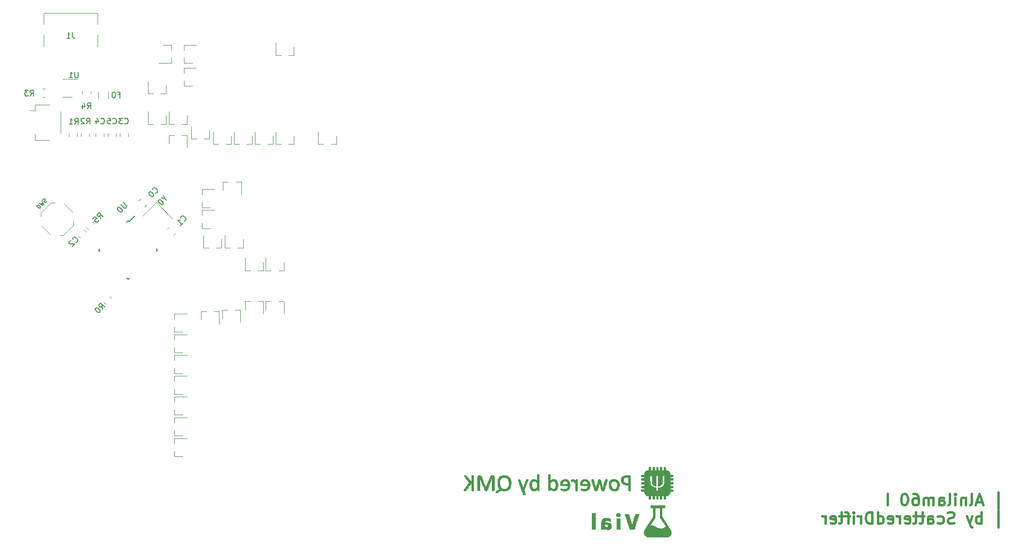
<source format=gbr>
G04 #@! TF.GenerationSoftware,KiCad,Pcbnew,(6.0.4)*
G04 #@! TF.CreationDate,2022-04-01T19:19:07+02:00*
G04 #@! TF.ProjectId,pcb,7063622e-6b69-4636-9164-5f7063625858,rev?*
G04 #@! TF.SameCoordinates,Original*
G04 #@! TF.FileFunction,Legend,Bot*
G04 #@! TF.FilePolarity,Positive*
%FSLAX46Y46*%
G04 Gerber Fmt 4.6, Leading zero omitted, Abs format (unit mm)*
G04 Created by KiCad (PCBNEW (6.0.4)) date 2022-04-01 19:19:07*
%MOMM*%
%LPD*%
G01*
G04 APERTURE LIST*
%ADD10C,0.400000*%
%ADD11C,0.150000*%
%ADD12C,0.120000*%
%ADD13C,0.010000*%
G04 APERTURE END LIST*
D10*
X180337619Y-85656428D02*
X180337619Y-82799285D01*
X177480476Y-84418333D02*
X176528095Y-84418333D01*
X177670952Y-84989761D02*
X177004285Y-82989761D01*
X176337619Y-84989761D01*
X175385238Y-84989761D02*
X175575714Y-84894523D01*
X175670952Y-84704047D01*
X175670952Y-82989761D01*
X174623333Y-83656428D02*
X174623333Y-84989761D01*
X174623333Y-83846904D02*
X174528095Y-83751666D01*
X174337619Y-83656428D01*
X174051904Y-83656428D01*
X173861428Y-83751666D01*
X173766190Y-83942142D01*
X173766190Y-84989761D01*
X172813809Y-84989761D02*
X172813809Y-83656428D01*
X172813809Y-82989761D02*
X172909047Y-83085000D01*
X172813809Y-83180238D01*
X172718571Y-83085000D01*
X172813809Y-82989761D01*
X172813809Y-83180238D01*
X171575714Y-84989761D02*
X171766190Y-84894523D01*
X171861428Y-84704047D01*
X171861428Y-82989761D01*
X169956666Y-84989761D02*
X169956666Y-83942142D01*
X170051904Y-83751666D01*
X170242380Y-83656428D01*
X170623333Y-83656428D01*
X170813809Y-83751666D01*
X169956666Y-84894523D02*
X170147142Y-84989761D01*
X170623333Y-84989761D01*
X170813809Y-84894523D01*
X170909047Y-84704047D01*
X170909047Y-84513571D01*
X170813809Y-84323095D01*
X170623333Y-84227857D01*
X170147142Y-84227857D01*
X169956666Y-84132619D01*
X169004285Y-84989761D02*
X169004285Y-83656428D01*
X169004285Y-83846904D02*
X168909047Y-83751666D01*
X168718571Y-83656428D01*
X168432857Y-83656428D01*
X168242380Y-83751666D01*
X168147142Y-83942142D01*
X168147142Y-84989761D01*
X168147142Y-83942142D02*
X168051904Y-83751666D01*
X167861428Y-83656428D01*
X167575714Y-83656428D01*
X167385238Y-83751666D01*
X167290000Y-83942142D01*
X167290000Y-84989761D01*
X165480476Y-82989761D02*
X165861428Y-82989761D01*
X166051904Y-83085000D01*
X166147142Y-83180238D01*
X166337619Y-83465952D01*
X166432857Y-83846904D01*
X166432857Y-84608809D01*
X166337619Y-84799285D01*
X166242380Y-84894523D01*
X166051904Y-84989761D01*
X165670952Y-84989761D01*
X165480476Y-84894523D01*
X165385238Y-84799285D01*
X165290000Y-84608809D01*
X165290000Y-84132619D01*
X165385238Y-83942142D01*
X165480476Y-83846904D01*
X165670952Y-83751666D01*
X166051904Y-83751666D01*
X166242380Y-83846904D01*
X166337619Y-83942142D01*
X166432857Y-84132619D01*
X164051904Y-82989761D02*
X163861428Y-82989761D01*
X163670952Y-83085000D01*
X163575714Y-83180238D01*
X163480476Y-83370714D01*
X163385238Y-83751666D01*
X163385238Y-84227857D01*
X163480476Y-84608809D01*
X163575714Y-84799285D01*
X163670952Y-84894523D01*
X163861428Y-84989761D01*
X164051904Y-84989761D01*
X164242380Y-84894523D01*
X164337619Y-84799285D01*
X164432857Y-84608809D01*
X164528095Y-84227857D01*
X164528095Y-83751666D01*
X164432857Y-83370714D01*
X164337619Y-83180238D01*
X164242380Y-83085000D01*
X164051904Y-82989761D01*
X161004285Y-84989761D02*
X161004285Y-82989761D01*
X180337619Y-88876428D02*
X180337619Y-86019285D01*
X177385238Y-88209761D02*
X177385238Y-86209761D01*
X177385238Y-86971666D02*
X177194761Y-86876428D01*
X176813809Y-86876428D01*
X176623333Y-86971666D01*
X176528095Y-87066904D01*
X176432857Y-87257380D01*
X176432857Y-87828809D01*
X176528095Y-88019285D01*
X176623333Y-88114523D01*
X176813809Y-88209761D01*
X177194761Y-88209761D01*
X177385238Y-88114523D01*
X175766190Y-86876428D02*
X175290000Y-88209761D01*
X174813809Y-86876428D02*
X175290000Y-88209761D01*
X175480476Y-88685952D01*
X175575714Y-88781190D01*
X175766190Y-88876428D01*
X172623333Y-88114523D02*
X172337619Y-88209761D01*
X171861428Y-88209761D01*
X171670952Y-88114523D01*
X171575714Y-88019285D01*
X171480476Y-87828809D01*
X171480476Y-87638333D01*
X171575714Y-87447857D01*
X171670952Y-87352619D01*
X171861428Y-87257380D01*
X172242380Y-87162142D01*
X172432857Y-87066904D01*
X172528095Y-86971666D01*
X172623333Y-86781190D01*
X172623333Y-86590714D01*
X172528095Y-86400238D01*
X172432857Y-86305000D01*
X172242380Y-86209761D01*
X171766190Y-86209761D01*
X171480476Y-86305000D01*
X169766190Y-88114523D02*
X169956666Y-88209761D01*
X170337619Y-88209761D01*
X170528095Y-88114523D01*
X170623333Y-88019285D01*
X170718571Y-87828809D01*
X170718571Y-87257380D01*
X170623333Y-87066904D01*
X170528095Y-86971666D01*
X170337619Y-86876428D01*
X169956666Y-86876428D01*
X169766190Y-86971666D01*
X168051904Y-88209761D02*
X168051904Y-87162142D01*
X168147142Y-86971666D01*
X168337619Y-86876428D01*
X168718571Y-86876428D01*
X168909047Y-86971666D01*
X168051904Y-88114523D02*
X168242380Y-88209761D01*
X168718571Y-88209761D01*
X168909047Y-88114523D01*
X169004285Y-87924047D01*
X169004285Y-87733571D01*
X168909047Y-87543095D01*
X168718571Y-87447857D01*
X168242380Y-87447857D01*
X168051904Y-87352619D01*
X167385238Y-86876428D02*
X166623333Y-86876428D01*
X167099523Y-86209761D02*
X167099523Y-87924047D01*
X167004285Y-88114523D01*
X166813809Y-88209761D01*
X166623333Y-88209761D01*
X166242380Y-86876428D02*
X165480476Y-86876428D01*
X165956666Y-86209761D02*
X165956666Y-87924047D01*
X165861428Y-88114523D01*
X165670952Y-88209761D01*
X165480476Y-88209761D01*
X164051904Y-88114523D02*
X164242380Y-88209761D01*
X164623333Y-88209761D01*
X164813809Y-88114523D01*
X164909047Y-87924047D01*
X164909047Y-87162142D01*
X164813809Y-86971666D01*
X164623333Y-86876428D01*
X164242380Y-86876428D01*
X164051904Y-86971666D01*
X163956666Y-87162142D01*
X163956666Y-87352619D01*
X164909047Y-87543095D01*
X163099523Y-88209761D02*
X163099523Y-86876428D01*
X163099523Y-87257380D02*
X163004285Y-87066904D01*
X162909047Y-86971666D01*
X162718571Y-86876428D01*
X162528095Y-86876428D01*
X161099523Y-88114523D02*
X161290000Y-88209761D01*
X161670952Y-88209761D01*
X161861428Y-88114523D01*
X161956666Y-87924047D01*
X161956666Y-87162142D01*
X161861428Y-86971666D01*
X161670952Y-86876428D01*
X161290000Y-86876428D01*
X161099523Y-86971666D01*
X161004285Y-87162142D01*
X161004285Y-87352619D01*
X161956666Y-87543095D01*
X159290000Y-88209761D02*
X159290000Y-86209761D01*
X159290000Y-88114523D02*
X159480476Y-88209761D01*
X159861428Y-88209761D01*
X160051904Y-88114523D01*
X160147142Y-88019285D01*
X160242380Y-87828809D01*
X160242380Y-87257380D01*
X160147142Y-87066904D01*
X160051904Y-86971666D01*
X159861428Y-86876428D01*
X159480476Y-86876428D01*
X159290000Y-86971666D01*
X158337619Y-88209761D02*
X158337619Y-86209761D01*
X157861428Y-86209761D01*
X157575714Y-86305000D01*
X157385238Y-86495476D01*
X157290000Y-86685952D01*
X157194761Y-87066904D01*
X157194761Y-87352619D01*
X157290000Y-87733571D01*
X157385238Y-87924047D01*
X157575714Y-88114523D01*
X157861428Y-88209761D01*
X158337619Y-88209761D01*
X156337619Y-88209761D02*
X156337619Y-86876428D01*
X156337619Y-87257380D02*
X156242380Y-87066904D01*
X156147142Y-86971666D01*
X155956666Y-86876428D01*
X155766190Y-86876428D01*
X155099523Y-88209761D02*
X155099523Y-86876428D01*
X155099523Y-86209761D02*
X155194761Y-86305000D01*
X155099523Y-86400238D01*
X155004285Y-86305000D01*
X155099523Y-86209761D01*
X155099523Y-86400238D01*
X154432857Y-86876428D02*
X153670952Y-86876428D01*
X154147142Y-88209761D02*
X154147142Y-86495476D01*
X154051904Y-86305000D01*
X153861428Y-86209761D01*
X153670952Y-86209761D01*
X153290000Y-86876428D02*
X152528095Y-86876428D01*
X153004285Y-86209761D02*
X153004285Y-87924047D01*
X152909047Y-88114523D01*
X152718571Y-88209761D01*
X152528095Y-88209761D01*
X151099523Y-88114523D02*
X151290000Y-88209761D01*
X151670952Y-88209761D01*
X151861428Y-88114523D01*
X151956666Y-87924047D01*
X151956666Y-87162142D01*
X151861428Y-86971666D01*
X151670952Y-86876428D01*
X151290000Y-86876428D01*
X151099523Y-86971666D01*
X151004285Y-87162142D01*
X151004285Y-87352619D01*
X151956666Y-87543095D01*
X150147142Y-88209761D02*
X150147142Y-86876428D01*
X150147142Y-87257380D02*
X150051904Y-87066904D01*
X149956666Y-86971666D01*
X149766190Y-86876428D01*
X149575714Y-86876428D01*
D11*
X23816666Y-18357142D02*
X23864285Y-18404761D01*
X24007142Y-18452380D01*
X24102380Y-18452380D01*
X24245238Y-18404761D01*
X24340476Y-18309523D01*
X24388095Y-18214285D01*
X24435714Y-18023809D01*
X24435714Y-17880952D01*
X24388095Y-17690476D01*
X24340476Y-17595238D01*
X24245238Y-17500000D01*
X24102380Y-17452380D01*
X24007142Y-17452380D01*
X23864285Y-17500000D01*
X23816666Y-17547619D01*
X22959523Y-17785714D02*
X22959523Y-18452380D01*
X23197619Y-17404761D02*
X23435714Y-18119047D01*
X22816666Y-18119047D01*
X33370388Y-30534687D02*
X33437731Y-30534687D01*
X33572418Y-30467343D01*
X33639762Y-30400000D01*
X33707105Y-30265312D01*
X33707105Y-30130625D01*
X33673434Y-30029610D01*
X33572418Y-29861251D01*
X33471403Y-29760236D01*
X33303044Y-29659221D01*
X33202029Y-29625549D01*
X33067342Y-29625549D01*
X32932655Y-29692893D01*
X32865311Y-29760236D01*
X32797968Y-29894923D01*
X32797968Y-29962267D01*
X32292892Y-30332656D02*
X32225548Y-30400000D01*
X32191876Y-30501015D01*
X32191876Y-30568358D01*
X32225548Y-30669374D01*
X32326563Y-30837732D01*
X32494922Y-31006091D01*
X32663281Y-31107106D01*
X32764296Y-31140778D01*
X32831640Y-31140778D01*
X32932655Y-31107106D01*
X32999998Y-31039763D01*
X33033670Y-30938748D01*
X33033670Y-30871404D01*
X32999998Y-30770389D01*
X32898983Y-30602030D01*
X32730624Y-30433671D01*
X32562266Y-30332656D01*
X32461250Y-30298984D01*
X32393907Y-30298984D01*
X32292892Y-30332656D01*
X23787732Y-35052030D02*
X23686717Y-34479610D01*
X24191793Y-34647969D02*
X23484687Y-33940862D01*
X23215312Y-34210236D01*
X23181641Y-34311251D01*
X23181641Y-34378595D01*
X23215312Y-34479610D01*
X23316328Y-34580625D01*
X23417343Y-34614297D01*
X23484687Y-34614297D01*
X23585702Y-34580625D01*
X23855076Y-34311251D01*
X22440862Y-34984687D02*
X22777580Y-34647969D01*
X23147969Y-34951015D01*
X23080625Y-34951015D01*
X22979610Y-34984687D01*
X22811251Y-35153045D01*
X22777580Y-35254061D01*
X22777580Y-35321404D01*
X22811251Y-35422419D01*
X22979610Y-35590778D01*
X23080625Y-35624450D01*
X23147969Y-35624450D01*
X23248984Y-35590778D01*
X23417343Y-35422419D01*
X23451015Y-35321404D01*
X23451015Y-35254061D01*
X11516666Y-13552380D02*
X11850000Y-13076190D01*
X12088095Y-13552380D02*
X12088095Y-12552380D01*
X11707142Y-12552380D01*
X11611904Y-12600000D01*
X11564285Y-12647619D01*
X11516666Y-12742857D01*
X11516666Y-12885714D01*
X11564285Y-12980952D01*
X11611904Y-13028571D01*
X11707142Y-13076190D01*
X12088095Y-13076190D01*
X11183333Y-12552380D02*
X10564285Y-12552380D01*
X10897619Y-12933333D01*
X10754761Y-12933333D01*
X10659523Y-12980952D01*
X10611904Y-13028571D01*
X10564285Y-13123809D01*
X10564285Y-13361904D01*
X10611904Y-13457142D01*
X10659523Y-13504761D01*
X10754761Y-13552380D01*
X11040476Y-13552380D01*
X11135714Y-13504761D01*
X11183333Y-13457142D01*
X19266666Y-18502380D02*
X19600000Y-18026190D01*
X19838095Y-18502380D02*
X19838095Y-17502380D01*
X19457142Y-17502380D01*
X19361904Y-17550000D01*
X19314285Y-17597619D01*
X19266666Y-17692857D01*
X19266666Y-17835714D01*
X19314285Y-17930952D01*
X19361904Y-17978571D01*
X19457142Y-18026190D01*
X19838095Y-18026190D01*
X18314285Y-18502380D02*
X18885714Y-18502380D01*
X18600000Y-18502380D02*
X18600000Y-17502380D01*
X18695238Y-17645238D01*
X18790476Y-17740476D01*
X18885714Y-17788095D01*
X19470389Y-39134687D02*
X19537732Y-39134687D01*
X19672419Y-39067343D01*
X19739763Y-39000000D01*
X19807106Y-38865312D01*
X19807106Y-38730625D01*
X19773435Y-38629610D01*
X19672419Y-38461251D01*
X19571404Y-38360236D01*
X19403045Y-38259221D01*
X19302030Y-38225549D01*
X19167343Y-38225549D01*
X19032656Y-38292893D01*
X18965312Y-38360236D01*
X18897969Y-38494923D01*
X18897969Y-38562267D01*
X18628595Y-38831641D02*
X18561251Y-38831641D01*
X18460236Y-38865312D01*
X18291877Y-39033671D01*
X18258206Y-39134687D01*
X18258206Y-39202030D01*
X18291877Y-39303045D01*
X18359221Y-39370389D01*
X18493908Y-39437732D01*
X19302030Y-39437732D01*
X18864297Y-39875465D01*
X27701522Y-32174027D02*
X28273942Y-32746447D01*
X28307614Y-32847462D01*
X28307614Y-32914806D01*
X28273942Y-33015821D01*
X28139255Y-33150508D01*
X28038240Y-33184180D01*
X27970896Y-33184180D01*
X27869881Y-33150508D01*
X27297461Y-32578088D01*
X26826057Y-33049493D02*
X26758713Y-33116836D01*
X26725042Y-33217852D01*
X26725042Y-33285195D01*
X26758713Y-33386210D01*
X26859729Y-33554569D01*
X27028087Y-33722928D01*
X27196446Y-33823943D01*
X27297461Y-33857615D01*
X27364805Y-33857615D01*
X27465820Y-33823943D01*
X27533164Y-33756600D01*
X27566835Y-33655584D01*
X27566835Y-33588241D01*
X27533164Y-33487226D01*
X27432148Y-33318867D01*
X27263790Y-33150508D01*
X27095431Y-33049493D01*
X26994416Y-33015821D01*
X26927072Y-33015821D01*
X26826057Y-33049493D01*
X34919881Y-31496446D02*
X35256599Y-31833164D01*
X34785194Y-30890355D02*
X34919881Y-31496446D01*
X34313790Y-31361759D01*
X33943400Y-31732148D02*
X33876057Y-31799492D01*
X33842385Y-31900507D01*
X33842385Y-31967851D01*
X33876057Y-32068866D01*
X33977072Y-32237225D01*
X34145431Y-32405583D01*
X34313790Y-32506599D01*
X34414805Y-32540270D01*
X34482148Y-32540270D01*
X34583164Y-32506599D01*
X34650507Y-32439255D01*
X34684179Y-32338240D01*
X34684179Y-32270896D01*
X34650507Y-32169881D01*
X34549492Y-32001522D01*
X34381133Y-31833164D01*
X34212774Y-31732148D01*
X34111759Y-31698477D01*
X34044416Y-31698477D01*
X33943400Y-31732148D01*
X27966666Y-18357142D02*
X28014285Y-18404761D01*
X28157142Y-18452380D01*
X28252380Y-18452380D01*
X28395238Y-18404761D01*
X28490476Y-18309523D01*
X28538095Y-18214285D01*
X28585714Y-18023809D01*
X28585714Y-17880952D01*
X28538095Y-17690476D01*
X28490476Y-17595238D01*
X28395238Y-17500000D01*
X28252380Y-17452380D01*
X28157142Y-17452380D01*
X28014285Y-17500000D01*
X27966666Y-17547619D01*
X27633333Y-17452380D02*
X27014285Y-17452380D01*
X27347619Y-17833333D01*
X27204761Y-17833333D01*
X27109523Y-17880952D01*
X27061904Y-17928571D01*
X27014285Y-18023809D01*
X27014285Y-18261904D01*
X27061904Y-18357142D01*
X27109523Y-18404761D01*
X27204761Y-18452380D01*
X27490476Y-18452380D01*
X27585714Y-18404761D01*
X27633333Y-18357142D01*
X24087732Y-50852030D02*
X23986717Y-50279610D01*
X24491793Y-50447969D02*
X23784687Y-49740862D01*
X23515312Y-50010236D01*
X23481641Y-50111251D01*
X23481641Y-50178595D01*
X23515312Y-50279610D01*
X23616328Y-50380625D01*
X23717343Y-50414297D01*
X23784687Y-50414297D01*
X23885702Y-50380625D01*
X24155076Y-50111251D01*
X22942893Y-50582656D02*
X22875549Y-50650000D01*
X22841877Y-50751015D01*
X22841877Y-50818358D01*
X22875549Y-50919374D01*
X22976564Y-51087732D01*
X23144923Y-51256091D01*
X23313282Y-51357106D01*
X23414297Y-51390778D01*
X23481641Y-51390778D01*
X23582656Y-51357106D01*
X23650000Y-51289763D01*
X23683671Y-51188748D01*
X23683671Y-51121404D01*
X23649999Y-51020389D01*
X23548984Y-50852030D01*
X23380625Y-50683671D01*
X23212267Y-50582656D01*
X23111251Y-50548984D01*
X23043908Y-50548984D01*
X22942893Y-50582656D01*
X25916666Y-18357142D02*
X25964285Y-18404761D01*
X26107142Y-18452380D01*
X26202380Y-18452380D01*
X26345238Y-18404761D01*
X26440476Y-18309523D01*
X26488095Y-18214285D01*
X26535714Y-18023809D01*
X26535714Y-17880952D01*
X26488095Y-17690476D01*
X26440476Y-17595238D01*
X26345238Y-17500000D01*
X26202380Y-17452380D01*
X26107142Y-17452380D01*
X25964285Y-17500000D01*
X25916666Y-17547619D01*
X25011904Y-17452380D02*
X25488095Y-17452380D01*
X25535714Y-17928571D01*
X25488095Y-17880952D01*
X25392857Y-17833333D01*
X25154761Y-17833333D01*
X25059523Y-17880952D01*
X25011904Y-17928571D01*
X24964285Y-18023809D01*
X24964285Y-18261904D01*
X25011904Y-18357142D01*
X25059523Y-18404761D01*
X25154761Y-18452380D01*
X25392857Y-18452380D01*
X25488095Y-18404761D01*
X25535714Y-18357142D01*
X21466666Y-15802380D02*
X21800000Y-15326190D01*
X22038095Y-15802380D02*
X22038095Y-14802380D01*
X21657142Y-14802380D01*
X21561904Y-14850000D01*
X21514285Y-14897619D01*
X21466666Y-14992857D01*
X21466666Y-15135714D01*
X21514285Y-15230952D01*
X21561904Y-15278571D01*
X21657142Y-15326190D01*
X22038095Y-15326190D01*
X20609523Y-15135714D02*
X20609523Y-15802380D01*
X20847619Y-14754761D02*
X21085714Y-15469047D01*
X20466666Y-15469047D01*
X19861904Y-9402380D02*
X19861904Y-10211904D01*
X19814285Y-10307142D01*
X19766666Y-10354761D01*
X19671428Y-10402380D01*
X19480952Y-10402380D01*
X19385714Y-10354761D01*
X19338095Y-10307142D01*
X19290476Y-10211904D01*
X19290476Y-9402380D01*
X18290476Y-10402380D02*
X18861904Y-10402380D01*
X18576190Y-10402380D02*
X18576190Y-9402380D01*
X18671428Y-9545238D01*
X18766666Y-9640476D01*
X18861904Y-9688095D01*
X21316666Y-18452380D02*
X21650000Y-17976190D01*
X21888095Y-18452380D02*
X21888095Y-17452380D01*
X21507142Y-17452380D01*
X21411904Y-17500000D01*
X21364285Y-17547619D01*
X21316666Y-17642857D01*
X21316666Y-17785714D01*
X21364285Y-17880952D01*
X21411904Y-17928571D01*
X21507142Y-17976190D01*
X21888095Y-17976190D01*
X20935714Y-17547619D02*
X20888095Y-17500000D01*
X20792857Y-17452380D01*
X20554761Y-17452380D01*
X20459523Y-17500000D01*
X20411904Y-17547619D01*
X20364285Y-17642857D01*
X20364285Y-17738095D01*
X20411904Y-17880952D01*
X20983333Y-18452380D01*
X20364285Y-18452380D01*
X26833333Y-13378571D02*
X27166666Y-13378571D01*
X27166666Y-13902380D02*
X27166666Y-12902380D01*
X26690476Y-12902380D01*
X26119047Y-12902380D02*
X26023809Y-12902380D01*
X25928571Y-12950000D01*
X25880952Y-12997619D01*
X25833333Y-13092857D01*
X25785714Y-13283333D01*
X25785714Y-13521428D01*
X25833333Y-13711904D01*
X25880952Y-13807142D01*
X25928571Y-13854761D01*
X26023809Y-13902380D01*
X26119047Y-13902380D01*
X26214285Y-13854761D01*
X26261904Y-13807142D01*
X26309523Y-13711904D01*
X26357142Y-13521428D01*
X26357142Y-13283333D01*
X26309523Y-13092857D01*
X26261904Y-12997619D01*
X26214285Y-12950000D01*
X26119047Y-12902380D01*
X18883333Y-2502380D02*
X18883333Y-3216666D01*
X18930952Y-3359523D01*
X19026190Y-3454761D01*
X19169047Y-3502380D01*
X19264285Y-3502380D01*
X17883333Y-3502380D02*
X18454761Y-3502380D01*
X18169047Y-3502380D02*
X18169047Y-2502380D01*
X18264285Y-2645238D01*
X18359523Y-2740476D01*
X18454761Y-2788095D01*
X14408663Y-31938730D02*
X14361522Y-32033011D01*
X14243671Y-32150862D01*
X14172960Y-32174432D01*
X14125820Y-32174432D01*
X14055109Y-32150862D01*
X14007969Y-32103722D01*
X13984399Y-32033011D01*
X13984399Y-31985871D01*
X14007969Y-31915160D01*
X14078680Y-31797309D01*
X14102250Y-31726598D01*
X14102250Y-31679458D01*
X14078680Y-31608747D01*
X14031539Y-31561606D01*
X13960828Y-31538036D01*
X13913688Y-31538036D01*
X13842977Y-31561606D01*
X13725126Y-31679458D01*
X13677986Y-31773739D01*
X13489424Y-31915160D02*
X13866548Y-32527986D01*
X13418713Y-32268713D01*
X13677986Y-32716548D01*
X13065160Y-32339424D01*
X12782317Y-32622267D02*
X12735177Y-32669407D01*
X12711606Y-32740118D01*
X12711606Y-32787258D01*
X12735177Y-32857969D01*
X12805887Y-32975820D01*
X12923739Y-33093671D01*
X13041590Y-33164382D01*
X13112300Y-33187952D01*
X13159441Y-33187952D01*
X13230151Y-33164382D01*
X13277292Y-33117241D01*
X13300862Y-33046531D01*
X13300862Y-32999390D01*
X13277292Y-32928680D01*
X13206581Y-32810828D01*
X13088730Y-32692977D01*
X12970879Y-32622267D01*
X12900168Y-32598696D01*
X12853028Y-32598696D01*
X12782317Y-32622267D01*
X38320389Y-35434687D02*
X38387732Y-35434687D01*
X38522419Y-35367343D01*
X38589763Y-35300000D01*
X38657106Y-35165312D01*
X38657106Y-35030625D01*
X38623435Y-34929610D01*
X38522419Y-34761251D01*
X38421404Y-34660236D01*
X38253045Y-34559221D01*
X38152030Y-34525549D01*
X38017343Y-34525549D01*
X37882656Y-34592893D01*
X37815312Y-34660236D01*
X37747969Y-34794923D01*
X37747969Y-34862267D01*
X37714297Y-36175465D02*
X38118358Y-35771404D01*
X37916328Y-35973435D02*
X37209221Y-35266328D01*
X37377580Y-35300000D01*
X37512267Y-35300000D01*
X37613282Y-35266328D01*
D12*
X48180000Y-50890000D02*
X48180000Y-53050000D01*
X48180000Y-50890000D02*
X47250000Y-50890000D01*
X45020000Y-50890000D02*
X45950000Y-50890000D01*
X45020000Y-50890000D02*
X45020000Y-52350000D01*
X36640000Y-55220000D02*
X36640000Y-56150000D01*
X36640000Y-58380000D02*
X36640000Y-57450000D01*
X36640000Y-55220000D02*
X38800000Y-55220000D01*
X36640000Y-58380000D02*
X38100000Y-58380000D01*
X41270000Y-51190000D02*
X41270000Y-52650000D01*
X44430000Y-51190000D02*
X43500000Y-51190000D01*
X41270000Y-51190000D02*
X42200000Y-51190000D01*
X44430000Y-51190000D02*
X44430000Y-53350000D01*
X22915000Y-20611252D02*
X22915000Y-20088748D01*
X24385000Y-20611252D02*
X24385000Y-20088748D01*
X53830000Y-22010000D02*
X53830000Y-20550000D01*
X50670000Y-22010000D02*
X51600000Y-22010000D01*
X50670000Y-22010000D02*
X50670000Y-19850000D01*
X53830000Y-22010000D02*
X52900000Y-22010000D01*
X31434990Y-32954457D02*
X31804457Y-32584990D01*
X30395543Y-31915010D02*
X30765010Y-31545543D01*
X35670000Y-18460000D02*
X36600000Y-18460000D01*
X35670000Y-18460000D02*
X35670000Y-16300000D01*
X38830000Y-18460000D02*
X38830000Y-17000000D01*
X38830000Y-18460000D02*
X37900000Y-18460000D01*
X22680282Y-35840835D02*
X22359165Y-35519718D01*
X21640835Y-36880282D02*
X21319718Y-36559165D01*
X32070000Y-18460000D02*
X32070000Y-16300000D01*
X35230000Y-18460000D02*
X35230000Y-17000000D01*
X32070000Y-18460000D02*
X33000000Y-18460000D01*
X35230000Y-18460000D02*
X34300000Y-18460000D01*
X38290000Y-11830000D02*
X38290000Y-10900000D01*
X38290000Y-11830000D02*
X39750000Y-11830000D01*
X38290000Y-8670000D02*
X38290000Y-9600000D01*
X38290000Y-8670000D02*
X40450000Y-8670000D01*
X36640000Y-51620000D02*
X38800000Y-51620000D01*
X36640000Y-54780000D02*
X38100000Y-54780000D01*
X36640000Y-54780000D02*
X36640000Y-53850000D01*
X36640000Y-51620000D02*
X36640000Y-52550000D01*
X45470000Y-40060000D02*
X45470000Y-37900000D01*
X45470000Y-40060000D02*
X46400000Y-40060000D01*
X48630000Y-40060000D02*
X47700000Y-40060000D01*
X48630000Y-40060000D02*
X48630000Y-38600000D01*
X55730000Y-44060000D02*
X54800000Y-44060000D01*
X55730000Y-44060000D02*
X55730000Y-42600000D01*
X52570000Y-44060000D02*
X52570000Y-41900000D01*
X52570000Y-44060000D02*
X53500000Y-44060000D01*
X14127064Y-13785000D02*
X13672936Y-13785000D01*
X14127064Y-12315000D02*
X13672936Y-12315000D01*
X19735000Y-20122936D02*
X19735000Y-20577064D01*
X18265000Y-20122936D02*
X18265000Y-20577064D01*
X38290000Y-7830000D02*
X39750000Y-7830000D01*
X38290000Y-7830000D02*
X38290000Y-6900000D01*
X38290000Y-4670000D02*
X38290000Y-5600000D01*
X38290000Y-4670000D02*
X40450000Y-4670000D01*
X21254457Y-37315010D02*
X20884990Y-36945543D01*
X20215010Y-38354457D02*
X19845543Y-37984990D01*
D11*
X23448476Y-40481250D02*
X23678286Y-40251440D01*
X28734099Y-35513825D02*
X29741726Y-34506198D01*
X28575000Y-35354726D02*
X28345190Y-35584536D01*
X28575000Y-45607774D02*
X28804810Y-45377964D01*
X23448476Y-40481250D02*
X23678286Y-40711060D01*
X33701524Y-40481250D02*
X33471714Y-40251440D01*
X28575000Y-45607774D02*
X28345190Y-45377964D01*
X28575000Y-35354726D02*
X28734099Y-35513825D01*
X33701524Y-40481250D02*
X33471714Y-40711060D01*
D12*
X33502513Y-32169060D02*
X36330940Y-34997487D01*
X31169060Y-34502513D02*
X33502513Y-32169060D01*
X28585000Y-20611252D02*
X28585000Y-20088748D01*
X27115000Y-20611252D02*
X27115000Y-20088748D01*
X12365000Y-16140000D02*
X11375000Y-16140000D01*
X12365000Y-21310000D02*
X12365000Y-20260000D01*
X14865000Y-21310000D02*
X12365000Y-21310000D01*
X12365000Y-15090000D02*
X12365000Y-16140000D01*
X14865000Y-15090000D02*
X12365000Y-15090000D01*
X16835000Y-16260000D02*
X16835000Y-20140000D01*
X25680282Y-48890835D02*
X25359165Y-48569718D01*
X24640835Y-49930282D02*
X24319718Y-49609165D01*
X50180000Y-22010000D02*
X49250000Y-22010000D01*
X47020000Y-22010000D02*
X47020000Y-19850000D01*
X47020000Y-22010000D02*
X47950000Y-22010000D01*
X50180000Y-22010000D02*
X50180000Y-20550000D01*
X41440000Y-33520000D02*
X43600000Y-33520000D01*
X41440000Y-33520000D02*
X41440000Y-34450000D01*
X41440000Y-36680000D02*
X41440000Y-35750000D01*
X41440000Y-36680000D02*
X42900000Y-36680000D01*
X48970000Y-49440000D02*
X49900000Y-49440000D01*
X52130000Y-49440000D02*
X52130000Y-51600000D01*
X48970000Y-49440000D02*
X48970000Y-50900000D01*
X52130000Y-49440000D02*
X51200000Y-49440000D01*
X36640000Y-72880000D02*
X36640000Y-71950000D01*
X36640000Y-69720000D02*
X36640000Y-70650000D01*
X36640000Y-72880000D02*
X38100000Y-72880000D01*
X36640000Y-69720000D02*
X38800000Y-69720000D01*
X41440000Y-33030000D02*
X41440000Y-32100000D01*
X41440000Y-29870000D02*
X41440000Y-30800000D01*
X41440000Y-29870000D02*
X43600000Y-29870000D01*
X41440000Y-33030000D02*
X42900000Y-33030000D01*
X25015000Y-20611252D02*
X25015000Y-20088748D01*
X26485000Y-20611252D02*
X26485000Y-20088748D01*
X57480000Y-6460000D02*
X56550000Y-6460000D01*
X54320000Y-6460000D02*
X54320000Y-4300000D01*
X54320000Y-6460000D02*
X55250000Y-6460000D01*
X57480000Y-6460000D02*
X57480000Y-5000000D01*
G36*
X106198268Y-80494925D02*
G01*
X106337390Y-80560414D01*
X106469701Y-80682081D01*
X106567884Y-80793904D01*
X106577602Y-80659890D01*
X106587319Y-80525876D01*
X106738132Y-80516198D01*
X106888944Y-80506521D01*
X106888944Y-81471344D01*
X106888833Y-81567080D01*
X106887583Y-81801537D01*
X106885088Y-82012265D01*
X106881532Y-82191308D01*
X106877096Y-82330714D01*
X106871962Y-82422529D01*
X106866314Y-82458798D01*
X106853891Y-82464849D01*
X106790970Y-82473094D01*
X106699627Y-82472027D01*
X106555569Y-82462626D01*
X106538321Y-81199262D01*
X106429916Y-81051584D01*
X106422600Y-81041679D01*
X106324457Y-80925782D01*
X106231094Y-80859214D01*
X106124231Y-80833235D01*
X105985592Y-80839103D01*
X105809444Y-80859805D01*
X105809444Y-80701895D01*
X105819451Y-80590775D01*
X105857579Y-80521685D01*
X105935013Y-80487465D01*
X106062934Y-80478251D01*
X106198268Y-80494925D01*
G37*
D13*
X106198268Y-80494925D02*
X106337390Y-80560414D01*
X106469701Y-80682081D01*
X106567884Y-80793904D01*
X106577602Y-80659890D01*
X106587319Y-80525876D01*
X106738132Y-80516198D01*
X106888944Y-80506521D01*
X106888944Y-81471344D01*
X106888833Y-81567080D01*
X106887583Y-81801537D01*
X106885088Y-82012265D01*
X106881532Y-82191308D01*
X106877096Y-82330714D01*
X106871962Y-82422529D01*
X106866314Y-82458798D01*
X106853891Y-82464849D01*
X106790970Y-82473094D01*
X106699627Y-82472027D01*
X106555569Y-82462626D01*
X106538321Y-81199262D01*
X106429916Y-81051584D01*
X106422600Y-81041679D01*
X106324457Y-80925782D01*
X106231094Y-80859214D01*
X106124231Y-80833235D01*
X105985592Y-80839103D01*
X105809444Y-80859805D01*
X105809444Y-80701895D01*
X105819451Y-80590775D01*
X105857579Y-80521685D01*
X105935013Y-80487465D01*
X106062934Y-80478251D01*
X106198268Y-80494925D01*
G36*
X109095542Y-81493926D02*
G01*
X109080042Y-81728164D01*
X109062473Y-81822087D01*
X108986435Y-82050899D01*
X108869091Y-82232714D01*
X108708492Y-82370020D01*
X108502692Y-82465303D01*
X108445241Y-82480348D01*
X108290533Y-82498591D01*
X108111664Y-82497916D01*
X107926050Y-82480381D01*
X107751104Y-82448043D01*
X107604240Y-82402960D01*
X107502873Y-82347188D01*
X107494584Y-82338803D01*
X107466757Y-82270191D01*
X107463438Y-82181355D01*
X107486809Y-82105128D01*
X107491630Y-82098849D01*
X107525395Y-82085881D01*
X107590675Y-82095963D01*
X107700635Y-82130667D01*
X107818048Y-82163608D01*
X107991714Y-82191358D01*
X108164578Y-82199249D01*
X108317012Y-82186678D01*
X108429386Y-82153042D01*
X108496729Y-82110691D01*
X108617666Y-81984787D01*
X108698196Y-81824341D01*
X108729051Y-81645063D01*
X108730444Y-81557751D01*
X108101794Y-81557751D01*
X107881360Y-81556609D01*
X107691824Y-81552493D01*
X107557241Y-81545132D01*
X107473139Y-81534269D01*
X107435044Y-81519651D01*
X107415439Y-81481954D01*
X107400395Y-81388858D01*
X107399955Y-81265993D01*
X107401805Y-81248188D01*
X107746372Y-81248188D01*
X107746469Y-81252299D01*
X107753562Y-81272325D01*
X107778411Y-81286393D01*
X107830163Y-81295537D01*
X107917966Y-81300789D01*
X108050969Y-81303182D01*
X108238319Y-81303751D01*
X108308574Y-81303755D01*
X108488324Y-81302625D01*
X108613535Y-81296585D01*
X108690994Y-81281522D01*
X108727485Y-81253324D01*
X108729794Y-81207878D01*
X108704706Y-81141073D01*
X108659007Y-81048797D01*
X108608168Y-80962062D01*
X108496068Y-80844482D01*
X108356419Y-80782109D01*
X108182725Y-80771156D01*
X108181526Y-80771241D01*
X108061530Y-80786423D01*
X107978073Y-80817823D01*
X107904711Y-80875349D01*
X107839191Y-80956792D01*
X107772130Y-81100191D01*
X107746372Y-81248188D01*
X107401805Y-81248188D01*
X107413871Y-81132055D01*
X107441893Y-81005740D01*
X107494196Y-80872245D01*
X107611449Y-80702345D01*
X107770683Y-80579171D01*
X107969766Y-80504191D01*
X108206569Y-80478871D01*
X108314258Y-80484407D01*
X108538521Y-80535831D01*
X108732234Y-80637695D01*
X108888495Y-80785682D01*
X109000404Y-80975474D01*
X109021970Y-81032491D01*
X109064348Y-81207878D01*
X109075213Y-81252846D01*
X109095542Y-81493926D01*
G37*
X109095542Y-81493926D02*
X109080042Y-81728164D01*
X109062473Y-81822087D01*
X108986435Y-82050899D01*
X108869091Y-82232714D01*
X108708492Y-82370020D01*
X108502692Y-82465303D01*
X108445241Y-82480348D01*
X108290533Y-82498591D01*
X108111664Y-82497916D01*
X107926050Y-82480381D01*
X107751104Y-82448043D01*
X107604240Y-82402960D01*
X107502873Y-82347188D01*
X107494584Y-82338803D01*
X107466757Y-82270191D01*
X107463438Y-82181355D01*
X107486809Y-82105128D01*
X107491630Y-82098849D01*
X107525395Y-82085881D01*
X107590675Y-82095963D01*
X107700635Y-82130667D01*
X107818048Y-82163608D01*
X107991714Y-82191358D01*
X108164578Y-82199249D01*
X108317012Y-82186678D01*
X108429386Y-82153042D01*
X108496729Y-82110691D01*
X108617666Y-81984787D01*
X108698196Y-81824341D01*
X108729051Y-81645063D01*
X108730444Y-81557751D01*
X108101794Y-81557751D01*
X107881360Y-81556609D01*
X107691824Y-81552493D01*
X107557241Y-81545132D01*
X107473139Y-81534269D01*
X107435044Y-81519651D01*
X107415439Y-81481954D01*
X107400395Y-81388858D01*
X107399955Y-81265993D01*
X107401805Y-81248188D01*
X107746372Y-81248188D01*
X107746469Y-81252299D01*
X107753562Y-81272325D01*
X107778411Y-81286393D01*
X107830163Y-81295537D01*
X107917966Y-81300789D01*
X108050969Y-81303182D01*
X108238319Y-81303751D01*
X108308574Y-81303755D01*
X108488324Y-81302625D01*
X108613535Y-81296585D01*
X108690994Y-81281522D01*
X108727485Y-81253324D01*
X108729794Y-81207878D01*
X108704706Y-81141073D01*
X108659007Y-81048797D01*
X108608168Y-80962062D01*
X108496068Y-80844482D01*
X108356419Y-80782109D01*
X108182725Y-80771156D01*
X108181526Y-80771241D01*
X108061530Y-80786423D01*
X107978073Y-80817823D01*
X107904711Y-80875349D01*
X107839191Y-80956792D01*
X107772130Y-81100191D01*
X107746372Y-81248188D01*
X107401805Y-81248188D01*
X107413871Y-81132055D01*
X107441893Y-81005740D01*
X107494196Y-80872245D01*
X107611449Y-80702345D01*
X107770683Y-80579171D01*
X107969766Y-80504191D01*
X108206569Y-80478871D01*
X108314258Y-80484407D01*
X108538521Y-80535831D01*
X108732234Y-80637695D01*
X108888495Y-80785682D01*
X109000404Y-80975474D01*
X109021970Y-81032491D01*
X109064348Y-81207878D01*
X109075213Y-81252846D01*
X109095542Y-81493926D01*
G36*
X89861204Y-79812627D02*
G01*
X89972323Y-79827860D01*
X90049758Y-79857688D01*
X90075459Y-79890719D01*
X90125912Y-79983269D01*
X90196771Y-80131514D01*
X90287084Y-80333367D01*
X90395893Y-80586745D01*
X90522246Y-80889563D01*
X90593513Y-81061588D01*
X90685769Y-81281884D01*
X90768775Y-81477369D01*
X90839584Y-81641246D01*
X90895252Y-81766717D01*
X90932832Y-81846984D01*
X90949380Y-81875251D01*
X90958546Y-81860919D01*
X90989284Y-81794871D01*
X91038261Y-81681381D01*
X91102621Y-81527307D01*
X91179508Y-81339510D01*
X91266068Y-81124849D01*
X91359443Y-80890185D01*
X91462414Y-80631543D01*
X91560881Y-80389254D01*
X91641305Y-80198196D01*
X91705692Y-80053895D01*
X91756047Y-79951876D01*
X91794376Y-79887665D01*
X91822685Y-79856786D01*
X91864606Y-79836622D01*
X91964518Y-79818438D01*
X92113202Y-79817913D01*
X92229926Y-79825299D01*
X92300943Y-79838707D01*
X92342014Y-79863915D01*
X92369980Y-79906751D01*
X92378456Y-79941942D01*
X92388170Y-80036269D01*
X92396332Y-80177529D01*
X92402936Y-80357227D01*
X92407978Y-80566871D01*
X92411453Y-80797968D01*
X92413357Y-81042024D01*
X92413684Y-81290546D01*
X92412429Y-81535041D01*
X92409589Y-81767015D01*
X92405157Y-81977976D01*
X92399129Y-82159431D01*
X92391501Y-82302886D01*
X92382267Y-82399847D01*
X92371422Y-82441823D01*
X92361853Y-82449116D01*
X92291880Y-82469281D01*
X92188860Y-82471985D01*
X92045819Y-82462626D01*
X92014069Y-80179470D01*
X91587759Y-81289298D01*
X91580007Y-81309471D01*
X91483209Y-81560318D01*
X91392813Y-81792673D01*
X91311520Y-81999729D01*
X91242033Y-82174678D01*
X91187055Y-82310714D01*
X91149288Y-82401028D01*
X91131434Y-82438813D01*
X91120769Y-82448025D01*
X91057084Y-82469797D01*
X90966319Y-82478501D01*
X90934217Y-82477420D01*
X90849358Y-82463553D01*
X90800641Y-82438813D01*
X90799964Y-82437834D01*
X90779776Y-82395569D01*
X90739215Y-82301606D01*
X90681069Y-82162714D01*
X90608129Y-81985661D01*
X90523185Y-81777215D01*
X90429025Y-81544143D01*
X90328441Y-81293216D01*
X89886819Y-80187306D01*
X89855069Y-82462626D01*
X89505819Y-82462626D01*
X89497524Y-81187314D01*
X89496299Y-80987260D01*
X89494998Y-80700689D01*
X89494787Y-80468212D01*
X89495853Y-80283952D01*
X89498382Y-80142030D01*
X89502559Y-80036568D01*
X89508572Y-79961687D01*
X89516605Y-79911510D01*
X89526846Y-79880157D01*
X89539479Y-79861751D01*
X89550830Y-79852710D01*
X89627949Y-79825231D01*
X89738910Y-79811810D01*
X89861204Y-79812627D01*
G37*
X89861204Y-79812627D02*
X89972323Y-79827860D01*
X90049758Y-79857688D01*
X90075459Y-79890719D01*
X90125912Y-79983269D01*
X90196771Y-80131514D01*
X90287084Y-80333367D01*
X90395893Y-80586745D01*
X90522246Y-80889563D01*
X90593513Y-81061588D01*
X90685769Y-81281884D01*
X90768775Y-81477369D01*
X90839584Y-81641246D01*
X90895252Y-81766717D01*
X90932832Y-81846984D01*
X90949380Y-81875251D01*
X90958546Y-81860919D01*
X90989284Y-81794871D01*
X91038261Y-81681381D01*
X91102621Y-81527307D01*
X91179508Y-81339510D01*
X91266068Y-81124849D01*
X91359443Y-80890185D01*
X91462414Y-80631543D01*
X91560881Y-80389254D01*
X91641305Y-80198196D01*
X91705692Y-80053895D01*
X91756047Y-79951876D01*
X91794376Y-79887665D01*
X91822685Y-79856786D01*
X91864606Y-79836622D01*
X91964518Y-79818438D01*
X92113202Y-79817913D01*
X92229926Y-79825299D01*
X92300943Y-79838707D01*
X92342014Y-79863915D01*
X92369980Y-79906751D01*
X92378456Y-79941942D01*
X92388170Y-80036269D01*
X92396332Y-80177529D01*
X92402936Y-80357227D01*
X92407978Y-80566871D01*
X92411453Y-80797968D01*
X92413357Y-81042024D01*
X92413684Y-81290546D01*
X92412429Y-81535041D01*
X92409589Y-81767015D01*
X92405157Y-81977976D01*
X92399129Y-82159431D01*
X92391501Y-82302886D01*
X92382267Y-82399847D01*
X92371422Y-82441823D01*
X92361853Y-82449116D01*
X92291880Y-82469281D01*
X92188860Y-82471985D01*
X92045819Y-82462626D01*
X92014069Y-80179470D01*
X91587759Y-81289298D01*
X91580007Y-81309471D01*
X91483209Y-81560318D01*
X91392813Y-81792673D01*
X91311520Y-81999729D01*
X91242033Y-82174678D01*
X91187055Y-82310714D01*
X91149288Y-82401028D01*
X91131434Y-82438813D01*
X91120769Y-82448025D01*
X91057084Y-82469797D01*
X90966319Y-82478501D01*
X90934217Y-82477420D01*
X90849358Y-82463553D01*
X90800641Y-82438813D01*
X90799964Y-82437834D01*
X90779776Y-82395569D01*
X90739215Y-82301606D01*
X90681069Y-82162714D01*
X90608129Y-81985661D01*
X90523185Y-81777215D01*
X90429025Y-81544143D01*
X90328441Y-81293216D01*
X89886819Y-80187306D01*
X89855069Y-82462626D01*
X89505819Y-82462626D01*
X89497524Y-81187314D01*
X89496299Y-80987260D01*
X89494998Y-80700689D01*
X89494787Y-80468212D01*
X89495853Y-80283952D01*
X89498382Y-80142030D01*
X89502559Y-80036568D01*
X89508572Y-79961687D01*
X89516605Y-79911510D01*
X89526846Y-79880157D01*
X89539479Y-79861751D01*
X89550830Y-79852710D01*
X89627949Y-79825231D01*
X89738910Y-79811810D01*
X89861204Y-79812627D01*
G36*
X87427765Y-79806062D02*
G01*
X87436680Y-79810849D01*
X87491221Y-79858381D01*
X87576994Y-79948753D01*
X87688547Y-80075806D01*
X87820428Y-80233381D01*
X87967184Y-80415320D01*
X88426319Y-80994054D01*
X88458069Y-79829660D01*
X88553319Y-79802430D01*
X88617344Y-79791874D01*
X88735882Y-79808439D01*
X88823194Y-79841679D01*
X88823194Y-81138923D01*
X88823101Y-81256851D01*
X88822142Y-81530583D01*
X88820236Y-81781646D01*
X88817502Y-82003237D01*
X88814054Y-82188548D01*
X88810011Y-82330776D01*
X88805488Y-82423115D01*
X88800602Y-82458760D01*
X88782657Y-82466042D01*
X88714254Y-82473234D01*
X88618039Y-82471989D01*
X88458069Y-82462626D01*
X88426319Y-81140748D01*
X87968063Y-81765551D01*
X87878122Y-81887862D01*
X87755035Y-82054182D01*
X87646348Y-82199804D01*
X87557812Y-82317076D01*
X87495181Y-82398344D01*
X87464205Y-82435954D01*
X87452943Y-82444977D01*
X87383801Y-82468857D01*
X87290659Y-82475934D01*
X87195148Y-82467643D01*
X87118901Y-82445420D01*
X87083552Y-82410699D01*
X87095513Y-82379114D01*
X87141046Y-82302158D01*
X87215779Y-82188534D01*
X87314737Y-82045567D01*
X87432945Y-81880587D01*
X87565428Y-81700921D01*
X88057168Y-81043070D01*
X87598806Y-80494398D01*
X87559695Y-80447377D01*
X87421993Y-80278215D01*
X87306257Y-80130253D01*
X87217446Y-80010139D01*
X87160522Y-79924523D01*
X87140444Y-79880052D01*
X87166743Y-79829212D01*
X87236199Y-79795798D01*
X87329615Y-79786431D01*
X87427765Y-79806062D01*
G37*
X87427765Y-79806062D02*
X87436680Y-79810849D01*
X87491221Y-79858381D01*
X87576994Y-79948753D01*
X87688547Y-80075806D01*
X87820428Y-80233381D01*
X87967184Y-80415320D01*
X88426319Y-80994054D01*
X88458069Y-79829660D01*
X88553319Y-79802430D01*
X88617344Y-79791874D01*
X88735882Y-79808439D01*
X88823194Y-79841679D01*
X88823194Y-81138923D01*
X88823101Y-81256851D01*
X88822142Y-81530583D01*
X88820236Y-81781646D01*
X88817502Y-82003237D01*
X88814054Y-82188548D01*
X88810011Y-82330776D01*
X88805488Y-82423115D01*
X88800602Y-82458760D01*
X88782657Y-82466042D01*
X88714254Y-82473234D01*
X88618039Y-82471989D01*
X88458069Y-82462626D01*
X88426319Y-81140748D01*
X87968063Y-81765551D01*
X87878122Y-81887862D01*
X87755035Y-82054182D01*
X87646348Y-82199804D01*
X87557812Y-82317076D01*
X87495181Y-82398344D01*
X87464205Y-82435954D01*
X87452943Y-82444977D01*
X87383801Y-82468857D01*
X87290659Y-82475934D01*
X87195148Y-82467643D01*
X87118901Y-82445420D01*
X87083552Y-82410699D01*
X87095513Y-82379114D01*
X87141046Y-82302158D01*
X87215779Y-82188534D01*
X87314737Y-82045567D01*
X87432945Y-81880587D01*
X87565428Y-81700921D01*
X88057168Y-81043070D01*
X87598806Y-80494398D01*
X87559695Y-80447377D01*
X87421993Y-80278215D01*
X87306257Y-80130253D01*
X87217446Y-80010139D01*
X87160522Y-79924523D01*
X87140444Y-79880052D01*
X87166743Y-79829212D01*
X87236199Y-79795798D01*
X87329615Y-79786431D01*
X87427765Y-79806062D01*
G36*
X98202098Y-80510597D02*
G01*
X98275748Y-80517479D01*
X98308801Y-80536667D01*
X98316444Y-80573818D01*
X98314120Y-80587421D01*
X98293907Y-80656767D01*
X98255147Y-80774175D01*
X98200549Y-80931887D01*
X98132823Y-81122144D01*
X98054678Y-81337187D01*
X97968824Y-81569258D01*
X97621204Y-82500881D01*
X97747978Y-82823826D01*
X97789351Y-82933856D01*
X97828964Y-83051491D01*
X97852404Y-83137258D01*
X97855600Y-83177761D01*
X97854875Y-83178840D01*
X97809161Y-83199148D01*
X97726433Y-83207731D01*
X97630982Y-83205183D01*
X97547098Y-83192096D01*
X97499072Y-83169063D01*
X97491798Y-83155686D01*
X97463129Y-83087991D01*
X97417823Y-82971995D01*
X97358641Y-82815403D01*
X97288341Y-82625921D01*
X97209681Y-82411254D01*
X97125420Y-82179108D01*
X97038316Y-81937186D01*
X96951129Y-81693196D01*
X96866616Y-81454841D01*
X96787537Y-81229828D01*
X96716650Y-81025861D01*
X96656714Y-80850646D01*
X96610487Y-80711888D01*
X96580727Y-80617292D01*
X96570194Y-80574563D01*
X96570841Y-80559658D01*
X96585834Y-80527749D01*
X96632660Y-80513357D01*
X96727071Y-80510001D01*
X96781133Y-80511916D01*
X96863072Y-80523669D01*
X96904078Y-80542573D01*
X96912107Y-80561102D01*
X96939394Y-80633642D01*
X96982051Y-80751859D01*
X97036968Y-80907019D01*
X97101039Y-81090386D01*
X97171155Y-81293226D01*
X97220437Y-81434751D01*
X97286087Y-81617467D01*
X97343683Y-81771041D01*
X97390204Y-81887704D01*
X97422627Y-81959686D01*
X97437933Y-81979217D01*
X97442544Y-81969341D01*
X97466757Y-81907811D01*
X97507286Y-81799447D01*
X97560796Y-81653327D01*
X97623950Y-81478527D01*
X97693411Y-81284127D01*
X97723113Y-81200618D01*
X97790778Y-81010840D01*
X97850860Y-80842956D01*
X97899950Y-80706456D01*
X97934641Y-80610828D01*
X97951523Y-80565563D01*
X97978143Y-80532989D01*
X98037928Y-80515011D01*
X98145216Y-80510001D01*
X98202098Y-80510597D01*
G37*
X98202098Y-80510597D02*
X98275748Y-80517479D01*
X98308801Y-80536667D01*
X98316444Y-80573818D01*
X98314120Y-80587421D01*
X98293907Y-80656767D01*
X98255147Y-80774175D01*
X98200549Y-80931887D01*
X98132823Y-81122144D01*
X98054678Y-81337187D01*
X97968824Y-81569258D01*
X97621204Y-82500881D01*
X97747978Y-82823826D01*
X97789351Y-82933856D01*
X97828964Y-83051491D01*
X97852404Y-83137258D01*
X97855600Y-83177761D01*
X97854875Y-83178840D01*
X97809161Y-83199148D01*
X97726433Y-83207731D01*
X97630982Y-83205183D01*
X97547098Y-83192096D01*
X97499072Y-83169063D01*
X97491798Y-83155686D01*
X97463129Y-83087991D01*
X97417823Y-82971995D01*
X97358641Y-82815403D01*
X97288341Y-82625921D01*
X97209681Y-82411254D01*
X97125420Y-82179108D01*
X97038316Y-81937186D01*
X96951129Y-81693196D01*
X96866616Y-81454841D01*
X96787537Y-81229828D01*
X96716650Y-81025861D01*
X96656714Y-80850646D01*
X96610487Y-80711888D01*
X96580727Y-80617292D01*
X96570194Y-80574563D01*
X96570841Y-80559658D01*
X96585834Y-80527749D01*
X96632660Y-80513357D01*
X96727071Y-80510001D01*
X96781133Y-80511916D01*
X96863072Y-80523669D01*
X96904078Y-80542573D01*
X96912107Y-80561102D01*
X96939394Y-80633642D01*
X96982051Y-80751859D01*
X97036968Y-80907019D01*
X97101039Y-81090386D01*
X97171155Y-81293226D01*
X97220437Y-81434751D01*
X97286087Y-81617467D01*
X97343683Y-81771041D01*
X97390204Y-81887704D01*
X97422627Y-81959686D01*
X97437933Y-81979217D01*
X97442544Y-81969341D01*
X97466757Y-81907811D01*
X97507286Y-81799447D01*
X97560796Y-81653327D01*
X97623950Y-81478527D01*
X97693411Y-81284127D01*
X97723113Y-81200618D01*
X97790778Y-81010840D01*
X97850860Y-80842956D01*
X97899950Y-80706456D01*
X97934641Y-80610828D01*
X97951523Y-80565563D01*
X97978143Y-80532989D01*
X98037928Y-80515011D01*
X98145216Y-80510001D01*
X98202098Y-80510597D01*
G36*
X105611257Y-81600793D02*
G01*
X105570131Y-81858818D01*
X105555198Y-81912652D01*
X105478108Y-82108045D01*
X105371940Y-82255853D01*
X105226660Y-82367161D01*
X105032233Y-82453055D01*
X104842961Y-82497264D01*
X104594616Y-82503088D01*
X104312231Y-82459331D01*
X104200714Y-82429518D01*
X104068547Y-82372500D01*
X103992383Y-82301997D01*
X103967944Y-82214975D01*
X103968127Y-82202006D01*
X103981936Y-82132316D01*
X104024334Y-82099895D01*
X104104643Y-82101945D01*
X104232186Y-82135668D01*
X104322735Y-82159383D01*
X104485623Y-82187647D01*
X104636526Y-82199509D01*
X104794706Y-82189803D01*
X104968323Y-82139647D01*
X105097067Y-82045466D01*
X105182886Y-81905675D01*
X105227729Y-81718689D01*
X105246789Y-81557751D01*
X104611255Y-81557751D01*
X104469137Y-81557810D01*
X104270155Y-81556778D01*
X104122985Y-81551383D01*
X104020238Y-81538226D01*
X103954521Y-81513903D01*
X103918444Y-81475014D01*
X103904616Y-81418157D01*
X103905647Y-81339931D01*
X103908632Y-81303751D01*
X104246628Y-81303751D01*
X104742286Y-81303751D01*
X104926045Y-81302684D01*
X105072730Y-81298734D01*
X105169025Y-81291345D01*
X105221761Y-81279971D01*
X105237767Y-81264063D01*
X105218490Y-81149966D01*
X105156345Y-81010872D01*
X105063983Y-80891644D01*
X105039291Y-80868362D01*
X104966018Y-80813446D01*
X104885627Y-80785214D01*
X104769985Y-80772239D01*
X104706099Y-80770652D01*
X104541196Y-80798229D01*
X104414634Y-80875540D01*
X104324470Y-81004191D01*
X104268758Y-81185785D01*
X104246628Y-81303751D01*
X103908632Y-81303751D01*
X103914145Y-81236935D01*
X103922757Y-81161276D01*
X103981763Y-80934702D01*
X104085416Y-80751150D01*
X104231335Y-80613089D01*
X104417142Y-80522988D01*
X104640457Y-80483317D01*
X104755185Y-80482014D01*
X104893426Y-80491471D01*
X105001753Y-80510542D01*
X105135434Y-80570350D01*
X105276613Y-80670599D01*
X105401764Y-80792715D01*
X105489360Y-80918680D01*
X105556296Y-81087739D01*
X105591475Y-81264063D01*
X105606092Y-81337333D01*
X105611257Y-81600793D01*
G37*
X105611257Y-81600793D02*
X105570131Y-81858818D01*
X105555198Y-81912652D01*
X105478108Y-82108045D01*
X105371940Y-82255853D01*
X105226660Y-82367161D01*
X105032233Y-82453055D01*
X104842961Y-82497264D01*
X104594616Y-82503088D01*
X104312231Y-82459331D01*
X104200714Y-82429518D01*
X104068547Y-82372500D01*
X103992383Y-82301997D01*
X103967944Y-82214975D01*
X103968127Y-82202006D01*
X103981936Y-82132316D01*
X104024334Y-82099895D01*
X104104643Y-82101945D01*
X104232186Y-82135668D01*
X104322735Y-82159383D01*
X104485623Y-82187647D01*
X104636526Y-82199509D01*
X104794706Y-82189803D01*
X104968323Y-82139647D01*
X105097067Y-82045466D01*
X105182886Y-81905675D01*
X105227729Y-81718689D01*
X105246789Y-81557751D01*
X104611255Y-81557751D01*
X104469137Y-81557810D01*
X104270155Y-81556778D01*
X104122985Y-81551383D01*
X104020238Y-81538226D01*
X103954521Y-81513903D01*
X103918444Y-81475014D01*
X103904616Y-81418157D01*
X103905647Y-81339931D01*
X103908632Y-81303751D01*
X104246628Y-81303751D01*
X104742286Y-81303751D01*
X104926045Y-81302684D01*
X105072730Y-81298734D01*
X105169025Y-81291345D01*
X105221761Y-81279971D01*
X105237767Y-81264063D01*
X105218490Y-81149966D01*
X105156345Y-81010872D01*
X105063983Y-80891644D01*
X105039291Y-80868362D01*
X104966018Y-80813446D01*
X104885627Y-80785214D01*
X104769985Y-80772239D01*
X104706099Y-80770652D01*
X104541196Y-80798229D01*
X104414634Y-80875540D01*
X104324470Y-81004191D01*
X104268758Y-81185785D01*
X104246628Y-81303751D01*
X103908632Y-81303751D01*
X103914145Y-81236935D01*
X103922757Y-81161276D01*
X103981763Y-80934702D01*
X104085416Y-80751150D01*
X104231335Y-80613089D01*
X104417142Y-80522988D01*
X104640457Y-80483317D01*
X104755185Y-80482014D01*
X104893426Y-80491471D01*
X105001753Y-80510542D01*
X105135434Y-80570350D01*
X105276613Y-80670599D01*
X105401764Y-80792715D01*
X105489360Y-80918680D01*
X105556296Y-81087739D01*
X105591475Y-81264063D01*
X105606092Y-81337333D01*
X105611257Y-81600793D01*
G36*
X116154868Y-80307489D02*
G01*
X116157769Y-80535758D01*
X116159421Y-80819184D01*
X116159944Y-81161934D01*
X116159881Y-81260434D01*
X116159030Y-81532749D01*
X116157270Y-81782720D01*
X116154714Y-82003487D01*
X116151475Y-82188191D01*
X116147665Y-82329973D01*
X116143395Y-82421974D01*
X116138778Y-82457334D01*
X116119236Y-82467697D01*
X116047836Y-82477950D01*
X115955556Y-82475865D01*
X115869568Y-82462872D01*
X115817044Y-82440401D01*
X115800616Y-82398197D01*
X115788420Y-82301058D01*
X115781274Y-82146834D01*
X115778944Y-81932401D01*
X115778944Y-81462501D01*
X115530707Y-81462501D01*
X115411384Y-81458654D01*
X115149634Y-81417559D01*
X114931029Y-81332831D01*
X114757507Y-81206152D01*
X114631007Y-81039205D01*
X114553466Y-80833672D01*
X114534433Y-80660471D01*
X114929204Y-80660471D01*
X114936707Y-80740714D01*
X114977014Y-80892430D01*
X115055043Y-81004540D01*
X115177951Y-81089389D01*
X115227510Y-81110012D01*
X115355691Y-81136520D01*
X115532882Y-81144951D01*
X115778944Y-81145001D01*
X115778944Y-80129001D01*
X115516512Y-80129001D01*
X115411986Y-80132156D01*
X115219907Y-80162565D01*
X115078847Y-80227652D01*
X114985549Y-80330366D01*
X114936754Y-80473656D01*
X114929204Y-80660471D01*
X114534433Y-80660471D01*
X114526824Y-80591235D01*
X114535118Y-80460867D01*
X114591414Y-80253451D01*
X114698519Y-80081675D01*
X114853646Y-79949400D01*
X115054010Y-79860488D01*
X115087065Y-79852158D01*
X115200437Y-79834285D01*
X115345496Y-79821151D01*
X115508681Y-79812894D01*
X115676431Y-79809652D01*
X115835184Y-79811564D01*
X115971378Y-79818767D01*
X116071452Y-79831399D01*
X116121845Y-79849601D01*
X116128351Y-79862617D01*
X116137459Y-79911940D01*
X116144833Y-79999747D01*
X116150543Y-80129001D01*
X116150596Y-80130208D01*
X116154868Y-80307489D01*
G37*
X116154868Y-80307489D02*
X116157769Y-80535758D01*
X116159421Y-80819184D01*
X116159944Y-81161934D01*
X116159881Y-81260434D01*
X116159030Y-81532749D01*
X116157270Y-81782720D01*
X116154714Y-82003487D01*
X116151475Y-82188191D01*
X116147665Y-82329973D01*
X116143395Y-82421974D01*
X116138778Y-82457334D01*
X116119236Y-82467697D01*
X116047836Y-82477950D01*
X115955556Y-82475865D01*
X115869568Y-82462872D01*
X115817044Y-82440401D01*
X115800616Y-82398197D01*
X115788420Y-82301058D01*
X115781274Y-82146834D01*
X115778944Y-81932401D01*
X115778944Y-81462501D01*
X115530707Y-81462501D01*
X115411384Y-81458654D01*
X115149634Y-81417559D01*
X114931029Y-81332831D01*
X114757507Y-81206152D01*
X114631007Y-81039205D01*
X114553466Y-80833672D01*
X114534433Y-80660471D01*
X114929204Y-80660471D01*
X114936707Y-80740714D01*
X114977014Y-80892430D01*
X115055043Y-81004540D01*
X115177951Y-81089389D01*
X115227510Y-81110012D01*
X115355691Y-81136520D01*
X115532882Y-81144951D01*
X115778944Y-81145001D01*
X115778944Y-80129001D01*
X115516512Y-80129001D01*
X115411986Y-80132156D01*
X115219907Y-80162565D01*
X115078847Y-80227652D01*
X114985549Y-80330366D01*
X114936754Y-80473656D01*
X114929204Y-80660471D01*
X114534433Y-80660471D01*
X114526824Y-80591235D01*
X114535118Y-80460867D01*
X114591414Y-80253451D01*
X114698519Y-80081675D01*
X114853646Y-79949400D01*
X115054010Y-79860488D01*
X115087065Y-79852158D01*
X115200437Y-79834285D01*
X115345496Y-79821151D01*
X115508681Y-79812894D01*
X115676431Y-79809652D01*
X115835184Y-79811564D01*
X115971378Y-79818767D01*
X116071452Y-79831399D01*
X116121845Y-79849601D01*
X116128351Y-79862617D01*
X116137459Y-79911940D01*
X116144833Y-79999747D01*
X116150543Y-80129001D01*
X116150596Y-80130208D01*
X116154868Y-80307489D01*
G36*
X103498897Y-81778023D02*
G01*
X103438813Y-82022717D01*
X103339658Y-82219814D01*
X103202237Y-82367895D01*
X103027358Y-82465541D01*
X102915976Y-82494106D01*
X102724565Y-82498217D01*
X102529831Y-82456666D01*
X102350621Y-82374262D01*
X102205781Y-82255817D01*
X102142319Y-82185303D01*
X102126444Y-82323964D01*
X102110569Y-82462626D01*
X101824819Y-82462626D01*
X101824819Y-81094388D01*
X102189944Y-81094388D01*
X102190948Y-81476882D01*
X102190994Y-81491804D01*
X102194137Y-81669228D01*
X102206101Y-81798306D01*
X102232907Y-81893140D01*
X102280574Y-81967831D01*
X102355122Y-82036481D01*
X102462569Y-82113191D01*
X102553841Y-82163312D01*
X102702568Y-82197100D01*
X102843485Y-82171874D01*
X102967722Y-82088073D01*
X103043996Y-81993178D01*
X103101022Y-81866229D01*
X103132456Y-81704227D01*
X103142090Y-81494251D01*
X103142081Y-81486155D01*
X103133171Y-81287550D01*
X103104587Y-81135010D01*
X103051924Y-81013463D01*
X102970780Y-80907835D01*
X102962719Y-80899345D01*
X102888514Y-80832600D01*
X102816698Y-80802665D01*
X102715921Y-80795751D01*
X102620366Y-80800419D01*
X102517705Y-80825953D01*
X102421228Y-80882684D01*
X102309007Y-80980573D01*
X102189944Y-81094388D01*
X101824819Y-81094388D01*
X101824819Y-79636876D01*
X101980498Y-79627000D01*
X101996469Y-79626109D01*
X102108359Y-79630968D01*
X102162574Y-79658750D01*
X102167839Y-79677044D01*
X102176276Y-79752461D01*
X102183087Y-79872684D01*
X102187679Y-80025772D01*
X102189458Y-80199784D01*
X102189944Y-80699192D01*
X102333320Y-80598132D01*
X102348373Y-80587666D01*
X102447238Y-80530263D01*
X102548635Y-80498990D01*
X102682890Y-80483942D01*
X102683988Y-80483872D01*
X102907464Y-80496545D01*
X103099285Y-80562726D01*
X103257523Y-80679820D01*
X103380248Y-80845228D01*
X103465531Y-81056355D01*
X103511442Y-81310603D01*
X103514314Y-81494251D01*
X103516051Y-81605376D01*
X103498897Y-81778023D01*
G37*
X103498897Y-81778023D02*
X103438813Y-82022717D01*
X103339658Y-82219814D01*
X103202237Y-82367895D01*
X103027358Y-82465541D01*
X102915976Y-82494106D01*
X102724565Y-82498217D01*
X102529831Y-82456666D01*
X102350621Y-82374262D01*
X102205781Y-82255817D01*
X102142319Y-82185303D01*
X102126444Y-82323964D01*
X102110569Y-82462626D01*
X101824819Y-82462626D01*
X101824819Y-81094388D01*
X102189944Y-81094388D01*
X102190948Y-81476882D01*
X102190994Y-81491804D01*
X102194137Y-81669228D01*
X102206101Y-81798306D01*
X102232907Y-81893140D01*
X102280574Y-81967831D01*
X102355122Y-82036481D01*
X102462569Y-82113191D01*
X102553841Y-82163312D01*
X102702568Y-82197100D01*
X102843485Y-82171874D01*
X102967722Y-82088073D01*
X103043996Y-81993178D01*
X103101022Y-81866229D01*
X103132456Y-81704227D01*
X103142090Y-81494251D01*
X103142081Y-81486155D01*
X103133171Y-81287550D01*
X103104587Y-81135010D01*
X103051924Y-81013463D01*
X102970780Y-80907835D01*
X102962719Y-80899345D01*
X102888514Y-80832600D01*
X102816698Y-80802665D01*
X102715921Y-80795751D01*
X102620366Y-80800419D01*
X102517705Y-80825953D01*
X102421228Y-80882684D01*
X102309007Y-80980573D01*
X102189944Y-81094388D01*
X101824819Y-81094388D01*
X101824819Y-79636876D01*
X101980498Y-79627000D01*
X101996469Y-79626109D01*
X102108359Y-79630968D01*
X102162574Y-79658750D01*
X102167839Y-79677044D01*
X102176276Y-79752461D01*
X102183087Y-79872684D01*
X102187679Y-80025772D01*
X102189458Y-80199784D01*
X102189944Y-80699192D01*
X102333320Y-80598132D01*
X102348373Y-80587666D01*
X102447238Y-80530263D01*
X102548635Y-80498990D01*
X102682890Y-80483942D01*
X102683988Y-80483872D01*
X102907464Y-80496545D01*
X103099285Y-80562726D01*
X103257523Y-80679820D01*
X103380248Y-80845228D01*
X103465531Y-81056355D01*
X103511442Y-81310603D01*
X103514314Y-81494251D01*
X103516051Y-81605376D01*
X103498897Y-81778023D01*
G36*
X123295757Y-80319987D02*
G01*
X123317877Y-80320135D01*
X123438403Y-80324673D01*
X123533271Y-80334200D01*
X123583567Y-80346946D01*
X123585589Y-80348328D01*
X123612382Y-80404759D01*
X123615317Y-80513147D01*
X123605319Y-80652876D01*
X123327507Y-80662049D01*
X123049694Y-80671223D01*
X123049694Y-80983778D01*
X123327507Y-80992952D01*
X123605319Y-81002126D01*
X123605319Y-81287876D01*
X123327507Y-81297049D01*
X123049694Y-81306223D01*
X123049694Y-81618778D01*
X123327507Y-81627952D01*
X123605319Y-81637126D01*
X123615317Y-81776854D01*
X123615774Y-81783665D01*
X123611564Y-81889523D01*
X123583567Y-81943055D01*
X123578864Y-81945419D01*
X123519483Y-81957734D01*
X123418810Y-81966522D01*
X123295757Y-81970014D01*
X123049694Y-81970501D01*
X123049694Y-82285528D01*
X123327507Y-82294702D01*
X123605319Y-82303876D01*
X123605319Y-82589626D01*
X123331341Y-82598743D01*
X123057362Y-82607861D01*
X123043560Y-82774298D01*
X123017871Y-82907679D01*
X122935351Y-83079492D01*
X122807698Y-83218768D01*
X122644492Y-83315946D01*
X122455312Y-83361464D01*
X122287694Y-83375364D01*
X122287694Y-83636015D01*
X122287465Y-83674536D01*
X122283716Y-83791657D01*
X122276324Y-83878250D01*
X122266528Y-83917834D01*
X122257714Y-83922837D01*
X122199179Y-83934387D01*
X122111175Y-83939001D01*
X122085706Y-83938773D01*
X122017354Y-83931427D01*
X121974204Y-83905367D01*
X121950503Y-83849405D01*
X121940501Y-83752354D01*
X121938444Y-83603029D01*
X121938444Y-83367501D01*
X121620944Y-83367501D01*
X121620944Y-83942480D01*
X121470132Y-83932803D01*
X121319319Y-83923126D01*
X121310146Y-83645313D01*
X121300972Y-83367501D01*
X120988417Y-83367501D01*
X120979243Y-83645313D01*
X120970069Y-83923126D01*
X120684319Y-83923126D01*
X120675146Y-83645313D01*
X120665972Y-83367501D01*
X120353417Y-83367501D01*
X120344243Y-83645313D01*
X120335069Y-83923126D01*
X120195341Y-83933123D01*
X120188530Y-83933580D01*
X120082672Y-83929370D01*
X120029140Y-83901373D01*
X120026776Y-83896670D01*
X120014461Y-83837289D01*
X120005673Y-83736616D01*
X120002181Y-83613563D01*
X120001694Y-83367501D01*
X119684194Y-83367501D01*
X119684194Y-83942480D01*
X119533382Y-83932803D01*
X119382569Y-83923126D01*
X119373396Y-83645313D01*
X119364222Y-83367501D01*
X119227577Y-83367501D01*
X119223911Y-83367488D01*
X119044008Y-83336476D01*
X118882367Y-83252539D01*
X118749436Y-83125603D01*
X118655665Y-82965588D01*
X118611503Y-82782419D01*
X118597027Y-82607861D01*
X118323048Y-82598743D01*
X118049069Y-82589626D01*
X118039444Y-82440074D01*
X118029818Y-82290522D01*
X118309319Y-82281324D01*
X118588819Y-82272126D01*
X118598497Y-82121313D01*
X118608174Y-81970501D01*
X118360372Y-81970014D01*
X118336696Y-81969849D01*
X118215952Y-81965275D01*
X118121055Y-81955759D01*
X118070822Y-81943055D01*
X118068800Y-81941673D01*
X118042007Y-81885242D01*
X118039072Y-81776854D01*
X118049069Y-81637126D01*
X118326882Y-81627952D01*
X118604694Y-81618778D01*
X118604694Y-81306223D01*
X118326882Y-81297049D01*
X118049069Y-81287876D01*
X118049069Y-81002126D01*
X118604695Y-80983778D01*
X118604695Y-80671223D01*
X118326882Y-80662049D01*
X118049069Y-80652876D01*
X118039072Y-80513147D01*
X118038615Y-80506336D01*
X118042184Y-80416585D01*
X119557194Y-80416585D01*
X119557600Y-80524212D01*
X119563425Y-80788757D01*
X119576906Y-81001129D01*
X119598991Y-81169458D01*
X119630631Y-81301875D01*
X119672774Y-81406509D01*
X119707047Y-81466212D01*
X119845978Y-81631792D01*
X120028029Y-81769406D01*
X120239439Y-81870069D01*
X120466452Y-81924797D01*
X120636694Y-81946067D01*
X120636694Y-82195292D01*
X120636700Y-82204124D01*
X120639089Y-82329893D01*
X120648005Y-82407642D01*
X120666619Y-82451946D01*
X120698107Y-82477383D01*
X120731043Y-82491141D01*
X120841370Y-82506954D01*
X120946257Y-82489223D01*
X120968442Y-82452962D01*
X120981660Y-82361243D01*
X120985944Y-82210422D01*
X120985944Y-81947634D01*
X121152632Y-81928745D01*
X121284565Y-81909458D01*
X121515282Y-81846135D01*
X121701119Y-81746573D01*
X121849868Y-81605910D01*
X121969322Y-81419285D01*
X122080090Y-81201444D01*
X122092299Y-80553820D01*
X122094014Y-80454298D01*
X122096047Y-80238725D01*
X122094431Y-80077750D01*
X122088918Y-79965015D01*
X122079262Y-79894167D01*
X122065214Y-79858848D01*
X122037512Y-79838395D01*
X121957130Y-79815924D01*
X121864338Y-79814202D01*
X121790565Y-79835860D01*
X121779386Y-79858129D01*
X121766729Y-79935061D01*
X121756550Y-80068169D01*
X121748677Y-80259883D01*
X121742940Y-80512637D01*
X121732069Y-81166025D01*
X121636652Y-81322200D01*
X121636155Y-81323011D01*
X121507528Y-81473617D01*
X121334722Y-81579952D01*
X121120882Y-81640078D01*
X120985944Y-81661116D01*
X120985944Y-80755580D01*
X120986009Y-80512092D01*
X120985441Y-80293560D01*
X120982920Y-80125840D01*
X120977120Y-80002229D01*
X120966714Y-79916023D01*
X120950376Y-79860522D01*
X120926782Y-79829021D01*
X120894604Y-79814819D01*
X120852518Y-79811213D01*
X120799198Y-79811501D01*
X120778977Y-79811648D01*
X120737110Y-79815440D01*
X120704384Y-79829453D01*
X120679673Y-79860345D01*
X120661851Y-79914778D01*
X120649794Y-79999411D01*
X120642375Y-80120903D01*
X120638469Y-80285916D01*
X120636950Y-80501109D01*
X120636694Y-80773141D01*
X120636694Y-81658582D01*
X120501757Y-81636724D01*
X120324297Y-81586693D01*
X120151881Y-81483025D01*
X120021365Y-81335319D01*
X119938704Y-81148735D01*
X119929358Y-81089099D01*
X119920310Y-80974069D01*
X119913125Y-80819497D01*
X119908372Y-80637942D01*
X119906622Y-80441960D01*
X119906435Y-80260399D01*
X119904606Y-80091954D01*
X119898873Y-79971990D01*
X119886954Y-79892281D01*
X119866570Y-79844602D01*
X119835439Y-79820729D01*
X119791283Y-79812437D01*
X119731820Y-79811500D01*
X119690984Y-79811733D01*
X119640949Y-79816797D01*
X119605261Y-79834980D01*
X119581495Y-79874681D01*
X119567229Y-79944295D01*
X119560039Y-80052220D01*
X119557502Y-80206851D01*
X119557194Y-80416585D01*
X118042184Y-80416585D01*
X118042825Y-80400478D01*
X118070822Y-80346946D01*
X118075525Y-80344582D01*
X118134906Y-80332267D01*
X118235579Y-80323479D01*
X118358632Y-80319987D01*
X118604694Y-80319501D01*
X118604694Y-80033751D01*
X118358632Y-80033264D01*
X118336512Y-80033116D01*
X118215986Y-80028578D01*
X118121118Y-80019051D01*
X118070822Y-80006305D01*
X118068800Y-80004923D01*
X118042007Y-79948492D01*
X118039072Y-79840104D01*
X118049069Y-79700376D01*
X118597027Y-79682140D01*
X118611503Y-79507582D01*
X118611828Y-79503805D01*
X118657071Y-79320996D01*
X118751717Y-79161539D01*
X118885315Y-79035355D01*
X119047418Y-78952368D01*
X119227577Y-78922501D01*
X119364222Y-78922501D01*
X119373396Y-78644688D01*
X119382569Y-78366876D01*
X119668319Y-78366876D01*
X119677493Y-78644688D01*
X119686667Y-78922501D01*
X120001694Y-78922501D01*
X120002181Y-78676438D01*
X120002329Y-78654318D01*
X120006867Y-78533792D01*
X120016394Y-78438924D01*
X120029140Y-78388628D01*
X120030522Y-78386606D01*
X120086953Y-78359813D01*
X120195341Y-78356878D01*
X120335069Y-78366876D01*
X120344243Y-78644688D01*
X120353417Y-78922501D01*
X120665972Y-78922501D01*
X120675146Y-78644688D01*
X120684319Y-78366876D01*
X120970069Y-78366876D01*
X120979243Y-78644688D01*
X120988417Y-78922501D01*
X121300972Y-78922501D01*
X121310146Y-78644688D01*
X121319319Y-78366876D01*
X121470132Y-78357198D01*
X121620944Y-78347521D01*
X121620944Y-78922501D01*
X121938444Y-78922501D01*
X121938931Y-78676438D01*
X121939079Y-78654318D01*
X121943617Y-78533792D01*
X121953144Y-78438924D01*
X121965890Y-78388628D01*
X121967272Y-78386606D01*
X122023703Y-78359813D01*
X122132091Y-78356878D01*
X122271819Y-78366876D01*
X122280937Y-78640854D01*
X122290055Y-78914833D01*
X122456492Y-78928635D01*
X122577189Y-78950317D01*
X122751088Y-79029148D01*
X122892089Y-79154594D01*
X122991503Y-79317997D01*
X123040640Y-79510697D01*
X123058336Y-79682154D01*
X123331828Y-79691265D01*
X123605319Y-79700376D01*
X123615571Y-79826109D01*
X123616449Y-79894832D01*
X123594718Y-79964187D01*
X123537821Y-80006646D01*
X123436563Y-80027928D01*
X123281751Y-80033751D01*
X123049694Y-80033751D01*
X123049694Y-80319501D01*
X123295757Y-80319987D01*
G37*
X123295757Y-80319987D02*
X123317877Y-80320135D01*
X123438403Y-80324673D01*
X123533271Y-80334200D01*
X123583567Y-80346946D01*
X123585589Y-80348328D01*
X123612382Y-80404759D01*
X123615317Y-80513147D01*
X123605319Y-80652876D01*
X123327507Y-80662049D01*
X123049694Y-80671223D01*
X123049694Y-80983778D01*
X123327507Y-80992952D01*
X123605319Y-81002126D01*
X123605319Y-81287876D01*
X123327507Y-81297049D01*
X123049694Y-81306223D01*
X123049694Y-81618778D01*
X123327507Y-81627952D01*
X123605319Y-81637126D01*
X123615317Y-81776854D01*
X123615774Y-81783665D01*
X123611564Y-81889523D01*
X123583567Y-81943055D01*
X123578864Y-81945419D01*
X123519483Y-81957734D01*
X123418810Y-81966522D01*
X123295757Y-81970014D01*
X123049694Y-81970501D01*
X123049694Y-82285528D01*
X123327507Y-82294702D01*
X123605319Y-82303876D01*
X123605319Y-82589626D01*
X123331341Y-82598743D01*
X123057362Y-82607861D01*
X123043560Y-82774298D01*
X123017871Y-82907679D01*
X122935351Y-83079492D01*
X122807698Y-83218768D01*
X122644492Y-83315946D01*
X122455312Y-83361464D01*
X122287694Y-83375364D01*
X122287694Y-83636015D01*
X122287465Y-83674536D01*
X122283716Y-83791657D01*
X122276324Y-83878250D01*
X122266528Y-83917834D01*
X122257714Y-83922837D01*
X122199179Y-83934387D01*
X122111175Y-83939001D01*
X122085706Y-83938773D01*
X122017354Y-83931427D01*
X121974204Y-83905367D01*
X121950503Y-83849405D01*
X121940501Y-83752354D01*
X121938444Y-83603029D01*
X121938444Y-83367501D01*
X121620944Y-83367501D01*
X121620944Y-83942480D01*
X121470132Y-83932803D01*
X121319319Y-83923126D01*
X121310146Y-83645313D01*
X121300972Y-83367501D01*
X120988417Y-83367501D01*
X120979243Y-83645313D01*
X120970069Y-83923126D01*
X120684319Y-83923126D01*
X120675146Y-83645313D01*
X120665972Y-83367501D01*
X120353417Y-83367501D01*
X120344243Y-83645313D01*
X120335069Y-83923126D01*
X120195341Y-83933123D01*
X120188530Y-83933580D01*
X120082672Y-83929370D01*
X120029140Y-83901373D01*
X120026776Y-83896670D01*
X120014461Y-83837289D01*
X120005673Y-83736616D01*
X120002181Y-83613563D01*
X120001694Y-83367501D01*
X119684194Y-83367501D01*
X119684194Y-83942480D01*
X119533382Y-83932803D01*
X119382569Y-83923126D01*
X119373396Y-83645313D01*
X119364222Y-83367501D01*
X119227577Y-83367501D01*
X119223911Y-83367488D01*
X119044008Y-83336476D01*
X118882367Y-83252539D01*
X118749436Y-83125603D01*
X118655665Y-82965588D01*
X118611503Y-82782419D01*
X118597027Y-82607861D01*
X118323048Y-82598743D01*
X118049069Y-82589626D01*
X118039444Y-82440074D01*
X118029818Y-82290522D01*
X118309319Y-82281324D01*
X118588819Y-82272126D01*
X118598497Y-82121313D01*
X118608174Y-81970501D01*
X118360372Y-81970014D01*
X118336696Y-81969849D01*
X118215952Y-81965275D01*
X118121055Y-81955759D01*
X118070822Y-81943055D01*
X118068800Y-81941673D01*
X118042007Y-81885242D01*
X118039072Y-81776854D01*
X118049069Y-81637126D01*
X118326882Y-81627952D01*
X118604694Y-81618778D01*
X118604694Y-81306223D01*
X118326882Y-81297049D01*
X118049069Y-81287876D01*
X118049069Y-81002126D01*
X118604695Y-80983778D01*
X118604695Y-80671223D01*
X118326882Y-80662049D01*
X118049069Y-80652876D01*
X118039072Y-80513147D01*
X118038615Y-80506336D01*
X118042184Y-80416585D01*
X119557194Y-80416585D01*
X119557600Y-80524212D01*
X119563425Y-80788757D01*
X119576906Y-81001129D01*
X119598991Y-81169458D01*
X119630631Y-81301875D01*
X119672774Y-81406509D01*
X119707047Y-81466212D01*
X119845978Y-81631792D01*
X120028029Y-81769406D01*
X120239439Y-81870069D01*
X120466452Y-81924797D01*
X120636694Y-81946067D01*
X120636694Y-82195292D01*
X120636700Y-82204124D01*
X120639089Y-82329893D01*
X120648005Y-82407642D01*
X120666619Y-82451946D01*
X120698107Y-82477383D01*
X120731043Y-82491141D01*
X120841370Y-82506954D01*
X120946257Y-82489223D01*
X120968442Y-82452962D01*
X120981660Y-82361243D01*
X120985944Y-82210422D01*
X120985944Y-81947634D01*
X121152632Y-81928745D01*
X121284565Y-81909458D01*
X121515282Y-81846135D01*
X121701119Y-81746573D01*
X121849868Y-81605910D01*
X121969322Y-81419285D01*
X122080090Y-81201444D01*
X122092299Y-80553820D01*
X122094014Y-80454298D01*
X122096047Y-80238725D01*
X122094431Y-80077750D01*
X122088918Y-79965015D01*
X122079262Y-79894167D01*
X122065214Y-79858848D01*
X122037512Y-79838395D01*
X121957130Y-79815924D01*
X121864338Y-79814202D01*
X121790565Y-79835860D01*
X121779386Y-79858129D01*
X121766729Y-79935061D01*
X121756550Y-80068169D01*
X121748677Y-80259883D01*
X121742940Y-80512637D01*
X121732069Y-81166025D01*
X121636652Y-81322200D01*
X121636155Y-81323011D01*
X121507528Y-81473617D01*
X121334722Y-81579952D01*
X121120882Y-81640078D01*
X120985944Y-81661116D01*
X120985944Y-80755580D01*
X120986009Y-80512092D01*
X120985441Y-80293560D01*
X120982920Y-80125840D01*
X120977120Y-80002229D01*
X120966714Y-79916023D01*
X120950376Y-79860522D01*
X120926782Y-79829021D01*
X120894604Y-79814819D01*
X120852518Y-79811213D01*
X120799198Y-79811501D01*
X120778977Y-79811648D01*
X120737110Y-79815440D01*
X120704384Y-79829453D01*
X120679673Y-79860345D01*
X120661851Y-79914778D01*
X120649794Y-79999411D01*
X120642375Y-80120903D01*
X120638469Y-80285916D01*
X120636950Y-80501109D01*
X120636694Y-80773141D01*
X120636694Y-81658582D01*
X120501757Y-81636724D01*
X120324297Y-81586693D01*
X120151881Y-81483025D01*
X120021365Y-81335319D01*
X119938704Y-81148735D01*
X119929358Y-81089099D01*
X119920310Y-80974069D01*
X119913125Y-80819497D01*
X119908372Y-80637942D01*
X119906622Y-80441960D01*
X119906435Y-80260399D01*
X119904606Y-80091954D01*
X119898873Y-79971990D01*
X119886954Y-79892281D01*
X119866570Y-79844602D01*
X119835439Y-79820729D01*
X119791283Y-79812437D01*
X119731820Y-79811500D01*
X119690984Y-79811733D01*
X119640949Y-79816797D01*
X119605261Y-79834980D01*
X119581495Y-79874681D01*
X119567229Y-79944295D01*
X119560039Y-80052220D01*
X119557502Y-80206851D01*
X119557194Y-80416585D01*
X118042184Y-80416585D01*
X118042825Y-80400478D01*
X118070822Y-80346946D01*
X118075525Y-80344582D01*
X118134906Y-80332267D01*
X118235579Y-80323479D01*
X118358632Y-80319987D01*
X118604694Y-80319501D01*
X118604694Y-80033751D01*
X118358632Y-80033264D01*
X118336512Y-80033116D01*
X118215986Y-80028578D01*
X118121118Y-80019051D01*
X118070822Y-80006305D01*
X118068800Y-80004923D01*
X118042007Y-79948492D01*
X118039072Y-79840104D01*
X118049069Y-79700376D01*
X118597027Y-79682140D01*
X118611503Y-79507582D01*
X118611828Y-79503805D01*
X118657071Y-79320996D01*
X118751717Y-79161539D01*
X118885315Y-79035355D01*
X119047418Y-78952368D01*
X119227577Y-78922501D01*
X119364222Y-78922501D01*
X119373396Y-78644688D01*
X119382569Y-78366876D01*
X119668319Y-78366876D01*
X119677493Y-78644688D01*
X119686667Y-78922501D01*
X120001694Y-78922501D01*
X120002181Y-78676438D01*
X120002329Y-78654318D01*
X120006867Y-78533792D01*
X120016394Y-78438924D01*
X120029140Y-78388628D01*
X120030522Y-78386606D01*
X120086953Y-78359813D01*
X120195341Y-78356878D01*
X120335069Y-78366876D01*
X120344243Y-78644688D01*
X120353417Y-78922501D01*
X120665972Y-78922501D01*
X120675146Y-78644688D01*
X120684319Y-78366876D01*
X120970069Y-78366876D01*
X120979243Y-78644688D01*
X120988417Y-78922501D01*
X121300972Y-78922501D01*
X121310146Y-78644688D01*
X121319319Y-78366876D01*
X121470132Y-78357198D01*
X121620944Y-78347521D01*
X121620944Y-78922501D01*
X121938444Y-78922501D01*
X121938931Y-78676438D01*
X121939079Y-78654318D01*
X121943617Y-78533792D01*
X121953144Y-78438924D01*
X121965890Y-78388628D01*
X121967272Y-78386606D01*
X122023703Y-78359813D01*
X122132091Y-78356878D01*
X122271819Y-78366876D01*
X122280937Y-78640854D01*
X122290055Y-78914833D01*
X122456492Y-78928635D01*
X122577189Y-78950317D01*
X122751088Y-79029148D01*
X122892089Y-79154594D01*
X122991503Y-79317997D01*
X123040640Y-79510697D01*
X123058336Y-79682154D01*
X123331828Y-79691265D01*
X123605319Y-79700376D01*
X123615571Y-79826109D01*
X123616449Y-79894832D01*
X123594718Y-79964187D01*
X123537821Y-80006646D01*
X123436563Y-80027928D01*
X123281751Y-80033751D01*
X123049694Y-80033751D01*
X123049694Y-80319501D01*
X123295757Y-80319987D01*
G36*
X95310599Y-81616580D02*
G01*
X95243639Y-81862153D01*
X95211350Y-81935413D01*
X95104918Y-82100138D01*
X94965692Y-82250936D01*
X94812867Y-82365383D01*
X94792810Y-82376530D01*
X94605014Y-82449401D01*
X94383578Y-82492157D01*
X94148913Y-82503625D01*
X93921425Y-82482635D01*
X93721525Y-82428015D01*
X93714204Y-82425096D01*
X93628394Y-82395810D01*
X93573936Y-82393991D01*
X93527101Y-82418473D01*
X93427065Y-82490713D01*
X93223208Y-82630313D01*
X93058793Y-82730402D01*
X92929162Y-82793904D01*
X92899141Y-82805972D01*
X92794648Y-82843472D01*
X92730436Y-82852983D01*
X92692629Y-82834109D01*
X92667351Y-82786456D01*
X92645141Y-82692751D01*
X92664393Y-82601284D01*
X92736811Y-82520267D01*
X92867382Y-82441092D01*
X92965086Y-82388473D01*
X93086972Y-82314841D01*
X93181050Y-82249354D01*
X93300280Y-82155399D01*
X93228675Y-82055418D01*
X93189702Y-81997733D01*
X93087426Y-81796925D01*
X93021499Y-81569266D01*
X92989726Y-81305009D01*
X92989901Y-81018233D01*
X93373343Y-81018233D01*
X93375090Y-81257797D01*
X93402893Y-81487815D01*
X93457250Y-81689476D01*
X93527405Y-81831117D01*
X93659431Y-81991127D01*
X93823819Y-82105360D01*
X93894015Y-82133241D01*
X94069514Y-82167305D01*
X94262275Y-82168616D01*
X94447896Y-82138076D01*
X94601977Y-82076587D01*
X94659241Y-82035363D01*
X94769314Y-81910912D01*
X94859036Y-81747716D01*
X94918221Y-81562337D01*
X94933689Y-81470931D01*
X94948864Y-81279423D01*
X94948000Y-81073002D01*
X94932210Y-80871003D01*
X94902609Y-80692766D01*
X94860313Y-80557626D01*
X94837739Y-80510211D01*
X94717515Y-80326677D01*
X94567727Y-80198477D01*
X94384537Y-80123078D01*
X94164112Y-80097948D01*
X93963701Y-80116912D01*
X93768429Y-80187016D01*
X93610183Y-80308606D01*
X93489282Y-80481502D01*
X93446022Y-80585700D01*
X93397154Y-80787930D01*
X93373343Y-81018233D01*
X92989901Y-81018233D01*
X92989916Y-80994409D01*
X92992381Y-80948898D01*
X93033608Y-80636995D01*
X93115302Y-80373948D01*
X93237765Y-80159438D01*
X93401297Y-79993150D01*
X93606200Y-79874765D01*
X93852774Y-79803967D01*
X94141319Y-79780438D01*
X94348870Y-79792454D01*
X94613499Y-79851746D01*
X94838315Y-79960477D01*
X95023175Y-80118512D01*
X95167933Y-80325719D01*
X95272445Y-80581963D01*
X95336566Y-80887109D01*
X95351335Y-81054610D01*
X95348141Y-81279423D01*
X95347295Y-81339038D01*
X95310599Y-81616580D01*
G37*
X95310599Y-81616580D02*
X95243639Y-81862153D01*
X95211350Y-81935413D01*
X95104918Y-82100138D01*
X94965692Y-82250936D01*
X94812867Y-82365383D01*
X94792810Y-82376530D01*
X94605014Y-82449401D01*
X94383578Y-82492157D01*
X94148913Y-82503625D01*
X93921425Y-82482635D01*
X93721525Y-82428015D01*
X93714204Y-82425096D01*
X93628394Y-82395810D01*
X93573936Y-82393991D01*
X93527101Y-82418473D01*
X93427065Y-82490713D01*
X93223208Y-82630313D01*
X93058793Y-82730402D01*
X92929162Y-82793904D01*
X92899141Y-82805972D01*
X92794648Y-82843472D01*
X92730436Y-82852983D01*
X92692629Y-82834109D01*
X92667351Y-82786456D01*
X92645141Y-82692751D01*
X92664393Y-82601284D01*
X92736811Y-82520267D01*
X92867382Y-82441092D01*
X92965086Y-82388473D01*
X93086972Y-82314841D01*
X93181050Y-82249354D01*
X93300280Y-82155399D01*
X93228675Y-82055418D01*
X93189702Y-81997733D01*
X93087426Y-81796925D01*
X93021499Y-81569266D01*
X92989726Y-81305009D01*
X92989901Y-81018233D01*
X93373343Y-81018233D01*
X93375090Y-81257797D01*
X93402893Y-81487815D01*
X93457250Y-81689476D01*
X93527405Y-81831117D01*
X93659431Y-81991127D01*
X93823819Y-82105360D01*
X93894015Y-82133241D01*
X94069514Y-82167305D01*
X94262275Y-82168616D01*
X94447896Y-82138076D01*
X94601977Y-82076587D01*
X94659241Y-82035363D01*
X94769314Y-81910912D01*
X94859036Y-81747716D01*
X94918221Y-81562337D01*
X94933689Y-81470931D01*
X94948864Y-81279423D01*
X94948000Y-81073002D01*
X94932210Y-80871003D01*
X94902609Y-80692766D01*
X94860313Y-80557626D01*
X94837739Y-80510211D01*
X94717515Y-80326677D01*
X94567727Y-80198477D01*
X94384537Y-80123078D01*
X94164112Y-80097948D01*
X93963701Y-80116912D01*
X93768429Y-80187016D01*
X93610183Y-80308606D01*
X93489282Y-80481502D01*
X93446022Y-80585700D01*
X93397154Y-80787930D01*
X93373343Y-81018233D01*
X92989901Y-81018233D01*
X92989916Y-80994409D01*
X92992381Y-80948898D01*
X93033608Y-80636995D01*
X93115302Y-80373948D01*
X93237765Y-80159438D01*
X93401297Y-79993150D01*
X93606200Y-79874765D01*
X93852774Y-79803967D01*
X94141319Y-79780438D01*
X94348870Y-79792454D01*
X94613499Y-79851746D01*
X94838315Y-79960477D01*
X95023175Y-80118512D01*
X95167933Y-80325719D01*
X95272445Y-80581963D01*
X95336566Y-80887109D01*
X95351335Y-81054610D01*
X95348141Y-81279423D01*
X95347295Y-81339038D01*
X95310599Y-81616580D01*
G36*
X109739433Y-80708438D02*
G01*
X109758554Y-80773001D01*
X109797119Y-80905078D01*
X109845635Y-81072608D01*
X109899783Y-81260670D01*
X109955246Y-81454338D01*
X110002066Y-81615659D01*
X110048541Y-81770113D01*
X110087166Y-81892447D01*
X110114876Y-81972980D01*
X110128607Y-82002026D01*
X110137721Y-81982979D01*
X110162633Y-81910948D01*
X110200193Y-81793365D01*
X110247812Y-81638837D01*
X110302903Y-81455968D01*
X110362879Y-81253364D01*
X110425151Y-81039629D01*
X110487133Y-80823369D01*
X110546236Y-80613188D01*
X110559707Y-80569671D01*
X110586145Y-80529114D01*
X110636407Y-80512927D01*
X110730313Y-80510001D01*
X110782854Y-80511955D01*
X110865261Y-80524442D01*
X110907113Y-80544652D01*
X110914630Y-80564154D01*
X110937948Y-80638958D01*
X110973358Y-80760331D01*
X111018313Y-80919346D01*
X111070267Y-81107074D01*
X111126674Y-81314590D01*
X111324819Y-82049876D01*
X111406200Y-81780001D01*
X111410838Y-81764604D01*
X111460276Y-81599029D01*
X111512234Y-81422954D01*
X111556194Y-81272001D01*
X111557987Y-81265783D01*
X111603147Y-81110696D01*
X111655311Y-80933715D01*
X111703548Y-80771938D01*
X111782287Y-80510001D01*
X111954991Y-80510001D01*
X112005459Y-80510473D01*
X112083285Y-80516962D01*
X112119071Y-80535199D01*
X112127694Y-80570388D01*
X112120358Y-80610035D01*
X112096311Y-80702834D01*
X112058333Y-80837666D01*
X112009319Y-81005172D01*
X111952165Y-81195994D01*
X111889769Y-81400771D01*
X111825026Y-81610145D01*
X111760832Y-81814757D01*
X111700084Y-82005247D01*
X111645679Y-82172257D01*
X111600512Y-82306427D01*
X111567480Y-82398399D01*
X111549479Y-82438813D01*
X111527695Y-82452322D01*
X111454879Y-82469127D01*
X111356380Y-82477414D01*
X111254287Y-82476758D01*
X111170689Y-82466735D01*
X111127674Y-82446920D01*
X111126942Y-82445629D01*
X111114389Y-82411842D01*
X111091744Y-82337811D01*
X111058025Y-82220000D01*
X111012252Y-82054874D01*
X110953443Y-81838897D01*
X110880617Y-81568534D01*
X110792793Y-81240251D01*
X110754665Y-81097376D01*
X110564984Y-81748251D01*
X110545819Y-81813652D01*
X110489010Y-82003299D01*
X110437210Y-82170230D01*
X110393507Y-82304854D01*
X110360986Y-82397579D01*
X110342736Y-82438813D01*
X110319789Y-82453424D01*
X110239694Y-82471727D01*
X110122876Y-82478501D01*
X110051366Y-82477546D01*
X109973252Y-82469290D01*
X109930398Y-82447715D01*
X109905268Y-82407063D01*
X109889558Y-82366406D01*
X109854209Y-82264045D01*
X109808089Y-82122371D01*
X109753905Y-81950468D01*
X109694360Y-81757417D01*
X109632161Y-81552301D01*
X109570012Y-81344203D01*
X109510619Y-81142204D01*
X109456685Y-80955389D01*
X109410918Y-80792838D01*
X109376021Y-80663635D01*
X109354700Y-80576863D01*
X109349661Y-80541603D01*
X109364987Y-80531117D01*
X109430362Y-80515958D01*
X109524568Y-80510001D01*
X109679944Y-80510001D01*
X109739433Y-80708438D01*
G37*
X109739433Y-80708438D02*
X109758554Y-80773001D01*
X109797119Y-80905078D01*
X109845635Y-81072608D01*
X109899783Y-81260670D01*
X109955246Y-81454338D01*
X110002066Y-81615659D01*
X110048541Y-81770113D01*
X110087166Y-81892447D01*
X110114876Y-81972980D01*
X110128607Y-82002026D01*
X110137721Y-81982979D01*
X110162633Y-81910948D01*
X110200193Y-81793365D01*
X110247812Y-81638837D01*
X110302903Y-81455968D01*
X110362879Y-81253364D01*
X110425151Y-81039629D01*
X110487133Y-80823369D01*
X110546236Y-80613188D01*
X110559707Y-80569671D01*
X110586145Y-80529114D01*
X110636407Y-80512927D01*
X110730313Y-80510001D01*
X110782854Y-80511955D01*
X110865261Y-80524442D01*
X110907113Y-80544652D01*
X110914630Y-80564154D01*
X110937948Y-80638958D01*
X110973358Y-80760331D01*
X111018313Y-80919346D01*
X111070267Y-81107074D01*
X111126674Y-81314590D01*
X111324819Y-82049876D01*
X111406200Y-81780001D01*
X111410838Y-81764604D01*
X111460276Y-81599029D01*
X111512234Y-81422954D01*
X111556194Y-81272001D01*
X111557987Y-81265783D01*
X111603147Y-81110696D01*
X111655311Y-80933715D01*
X111703548Y-80771938D01*
X111782287Y-80510001D01*
X111954991Y-80510001D01*
X112005459Y-80510473D01*
X112083285Y-80516962D01*
X112119071Y-80535199D01*
X112127694Y-80570388D01*
X112120358Y-80610035D01*
X112096311Y-80702834D01*
X112058333Y-80837666D01*
X112009319Y-81005172D01*
X111952165Y-81195994D01*
X111889769Y-81400771D01*
X111825026Y-81610145D01*
X111760832Y-81814757D01*
X111700084Y-82005247D01*
X111645679Y-82172257D01*
X111600512Y-82306427D01*
X111567480Y-82398399D01*
X111549479Y-82438813D01*
X111527695Y-82452322D01*
X111454879Y-82469127D01*
X111356380Y-82477414D01*
X111254287Y-82476758D01*
X111170689Y-82466735D01*
X111127674Y-82446920D01*
X111126942Y-82445629D01*
X111114389Y-82411842D01*
X111091744Y-82337811D01*
X111058025Y-82220000D01*
X111012252Y-82054874D01*
X110953443Y-81838897D01*
X110880617Y-81568534D01*
X110792793Y-81240251D01*
X110754665Y-81097376D01*
X110564984Y-81748251D01*
X110545819Y-81813652D01*
X110489010Y-82003299D01*
X110437210Y-82170230D01*
X110393507Y-82304854D01*
X110360986Y-82397579D01*
X110342736Y-82438813D01*
X110319789Y-82453424D01*
X110239694Y-82471727D01*
X110122876Y-82478501D01*
X110051366Y-82477546D01*
X109973252Y-82469290D01*
X109930398Y-82447715D01*
X109905268Y-82407063D01*
X109889558Y-82366406D01*
X109854209Y-82264045D01*
X109808089Y-82122371D01*
X109753905Y-81950468D01*
X109694360Y-81757417D01*
X109632161Y-81552301D01*
X109570012Y-81344203D01*
X109510619Y-81142204D01*
X109456685Y-80955389D01*
X109410918Y-80792838D01*
X109376021Y-80663635D01*
X109354700Y-80576863D01*
X109349661Y-80541603D01*
X109364987Y-80531117D01*
X109430362Y-80515958D01*
X109524568Y-80510001D01*
X109679944Y-80510001D01*
X109739433Y-80708438D01*
G36*
X114210016Y-81843501D02*
G01*
X114128861Y-82069158D01*
X114007882Y-82252549D01*
X113847806Y-82386926D01*
X113647267Y-82473820D01*
X113580134Y-82489204D01*
X113396532Y-82505682D01*
X113198974Y-82495726D01*
X113017762Y-82460001D01*
X113007312Y-82456791D01*
X112830702Y-82370889D01*
X112670323Y-82237355D01*
X112540859Y-82071180D01*
X112456989Y-81887358D01*
X112438638Y-81818537D01*
X112404608Y-81585593D01*
X112772589Y-81585593D01*
X112806916Y-81783780D01*
X112876020Y-81952857D01*
X112975573Y-82082646D01*
X113101246Y-82162969D01*
X113187275Y-82182323D01*
X113318186Y-82189755D01*
X113451762Y-82181205D01*
X113556428Y-82157081D01*
X113576129Y-82148587D01*
X113702298Y-82056072D01*
X113795824Y-81913781D01*
X113853956Y-81727383D01*
X113873944Y-81502547D01*
X113872971Y-81450541D01*
X113842723Y-81226575D01*
X113772960Y-81043375D01*
X113667516Y-80904816D01*
X113530220Y-80814777D01*
X113364905Y-80777133D01*
X113175402Y-80795761D01*
X113075721Y-80827797D01*
X112953808Y-80904081D01*
X112866158Y-81019291D01*
X112808011Y-81180543D01*
X112774608Y-81394953D01*
X112772589Y-81585593D01*
X112404608Y-81585593D01*
X112404600Y-81585538D01*
X112406886Y-81346419D01*
X112443363Y-81116984D01*
X112511900Y-80913035D01*
X112610364Y-80750376D01*
X112692776Y-80664250D01*
X112833868Y-80569973D01*
X113007814Y-80511994D01*
X113227290Y-80484857D01*
X113230527Y-80484682D01*
X113463303Y-80487373D01*
X113654910Y-80526112D01*
X113819186Y-80605466D01*
X113969970Y-80730003D01*
X114089777Y-80883364D01*
X114187228Y-81094187D01*
X114241514Y-81332659D01*
X114247188Y-81502547D01*
X114249991Y-81586517D01*
X114210016Y-81843501D01*
G37*
X114210016Y-81843501D02*
X114128861Y-82069158D01*
X114007882Y-82252549D01*
X113847806Y-82386926D01*
X113647267Y-82473820D01*
X113580134Y-82489204D01*
X113396532Y-82505682D01*
X113198974Y-82495726D01*
X113017762Y-82460001D01*
X113007312Y-82456791D01*
X112830702Y-82370889D01*
X112670323Y-82237355D01*
X112540859Y-82071180D01*
X112456989Y-81887358D01*
X112438638Y-81818537D01*
X112404608Y-81585593D01*
X112772589Y-81585593D01*
X112806916Y-81783780D01*
X112876020Y-81952857D01*
X112975573Y-82082646D01*
X113101246Y-82162969D01*
X113187275Y-82182323D01*
X113318186Y-82189755D01*
X113451762Y-82181205D01*
X113556428Y-82157081D01*
X113576129Y-82148587D01*
X113702298Y-82056072D01*
X113795824Y-81913781D01*
X113853956Y-81727383D01*
X113873944Y-81502547D01*
X113872971Y-81450541D01*
X113842723Y-81226575D01*
X113772960Y-81043375D01*
X113667516Y-80904816D01*
X113530220Y-80814777D01*
X113364905Y-80777133D01*
X113175402Y-80795761D01*
X113075721Y-80827797D01*
X112953808Y-80904081D01*
X112866158Y-81019291D01*
X112808011Y-81180543D01*
X112774608Y-81394953D01*
X112772589Y-81585593D01*
X112404608Y-81585593D01*
X112404600Y-81585538D01*
X112406886Y-81346419D01*
X112443363Y-81116984D01*
X112511900Y-80913035D01*
X112610364Y-80750376D01*
X112692776Y-80664250D01*
X112833868Y-80569973D01*
X113007814Y-80511994D01*
X113227290Y-80484857D01*
X113230527Y-80484682D01*
X113463303Y-80487373D01*
X113654910Y-80526112D01*
X113819186Y-80605466D01*
X113969970Y-80730003D01*
X114089777Y-80883364D01*
X114187228Y-81094187D01*
X114241514Y-81332659D01*
X114247188Y-81502547D01*
X114249991Y-81586517D01*
X114210016Y-81843501D01*
G36*
X100102382Y-82472303D02*
G01*
X100028001Y-82466462D01*
X99973340Y-82451276D01*
X99950469Y-82413934D01*
X99941484Y-82339681D01*
X99931398Y-82216736D01*
X99845044Y-82299469D01*
X99829861Y-82313294D01*
X99735789Y-82383999D01*
X99632880Y-82444961D01*
X99605181Y-82457833D01*
X99421541Y-82504350D01*
X99223293Y-82495945D01*
X99024774Y-82432903D01*
X98892708Y-82352969D01*
X98748861Y-82202385D01*
X98645740Y-82003782D01*
X98583662Y-81757827D01*
X98563880Y-81478376D01*
X98941186Y-81478376D01*
X98953123Y-81697717D01*
X98995739Y-81888344D01*
X99070692Y-82030510D01*
X99179472Y-82128285D01*
X99321910Y-82185776D01*
X99465676Y-82183190D01*
X99613615Y-82119512D01*
X99769007Y-81993996D01*
X99903944Y-81862029D01*
X99902941Y-81495577D01*
X99902619Y-81421911D01*
X99900204Y-81284797D01*
X99893592Y-81191866D01*
X99880451Y-81129500D01*
X99858446Y-81084083D01*
X99825247Y-81041997D01*
X99802490Y-81017093D01*
X99661765Y-80897611D01*
X99512695Y-80821155D01*
X99366027Y-80790274D01*
X99232506Y-80807516D01*
X99122879Y-80875429D01*
X99041236Y-80976904D01*
X98983291Y-81105405D01*
X98951283Y-81268107D01*
X98941186Y-81478376D01*
X98563880Y-81478376D01*
X98562946Y-81465186D01*
X98564015Y-81396490D01*
X98593265Y-81122857D01*
X98661586Y-80895240D01*
X98767735Y-80715305D01*
X98910466Y-80584718D01*
X99088534Y-80505145D01*
X99300694Y-80478251D01*
X99422350Y-80487034D01*
X99609554Y-80542796D01*
X99792807Y-80655019D01*
X99903944Y-80739787D01*
X99903944Y-79651179D01*
X99988835Y-79618903D01*
X100064342Y-79602817D01*
X100163460Y-79606337D01*
X100253194Y-79626046D01*
X100253194Y-82481980D01*
X100102382Y-82472303D01*
G37*
X100102382Y-82472303D02*
X100028001Y-82466462D01*
X99973340Y-82451276D01*
X99950469Y-82413934D01*
X99941484Y-82339681D01*
X99931398Y-82216736D01*
X99845044Y-82299469D01*
X99829861Y-82313294D01*
X99735789Y-82383999D01*
X99632880Y-82444961D01*
X99605181Y-82457833D01*
X99421541Y-82504350D01*
X99223293Y-82495945D01*
X99024774Y-82432903D01*
X98892708Y-82352969D01*
X98748861Y-82202385D01*
X98645740Y-82003782D01*
X98583662Y-81757827D01*
X98563880Y-81478376D01*
X98941186Y-81478376D01*
X98953123Y-81697717D01*
X98995739Y-81888344D01*
X99070692Y-82030510D01*
X99179472Y-82128285D01*
X99321910Y-82185776D01*
X99465676Y-82183190D01*
X99613615Y-82119512D01*
X99769007Y-81993996D01*
X99903944Y-81862029D01*
X99902941Y-81495577D01*
X99902619Y-81421911D01*
X99900204Y-81284797D01*
X99893592Y-81191866D01*
X99880451Y-81129500D01*
X99858446Y-81084083D01*
X99825247Y-81041997D01*
X99802490Y-81017093D01*
X99661765Y-80897611D01*
X99512695Y-80821155D01*
X99366027Y-80790274D01*
X99232506Y-80807516D01*
X99122879Y-80875429D01*
X99041236Y-80976904D01*
X98983291Y-81105405D01*
X98951283Y-81268107D01*
X98941186Y-81478376D01*
X98563880Y-81478376D01*
X98562946Y-81465186D01*
X98564015Y-81396490D01*
X98593265Y-81122857D01*
X98661586Y-80895240D01*
X98767735Y-80715305D01*
X98910466Y-80584718D01*
X99088534Y-80505145D01*
X99300694Y-80478251D01*
X99422350Y-80487034D01*
X99609554Y-80542796D01*
X99792807Y-80655019D01*
X99903944Y-80739787D01*
X99903944Y-79651179D01*
X99988835Y-79618903D01*
X100064342Y-79602817D01*
X100163460Y-79606337D01*
X100253194Y-79626046D01*
X100253194Y-82481980D01*
X100102382Y-82472303D01*
D12*
X35670000Y-20440000D02*
X36600000Y-20440000D01*
X38830000Y-20440000D02*
X37900000Y-20440000D01*
X38830000Y-20440000D02*
X38830000Y-22600000D01*
X35670000Y-20440000D02*
X35670000Y-21900000D01*
X22035000Y-12722936D02*
X22035000Y-13177064D01*
X20565000Y-12722936D02*
X20565000Y-13177064D01*
X17975480Y-10656500D02*
X17175480Y-10656500D01*
X17975480Y-10656500D02*
X19775480Y-10656500D01*
X17975480Y-13776500D02*
X18775480Y-13776500D01*
X17975480Y-13776500D02*
X17175480Y-13776500D01*
X21835000Y-20122936D02*
X21835000Y-20577064D01*
X20365000Y-20122936D02*
X20365000Y-20577064D01*
X25160000Y-12847936D02*
X25160000Y-14052064D01*
X23340000Y-12847936D02*
X23340000Y-14052064D01*
X48970000Y-44060000D02*
X48970000Y-41900000D01*
X52130000Y-44060000D02*
X51200000Y-44060000D01*
X48970000Y-44060000D02*
X49900000Y-44060000D01*
X52130000Y-44060000D02*
X52130000Y-42600000D01*
X36640000Y-66070000D02*
X38800000Y-66070000D01*
X36640000Y-66070000D02*
X36640000Y-67000000D01*
X36640000Y-69230000D02*
X36640000Y-68300000D01*
X36640000Y-69230000D02*
X38100000Y-69230000D01*
X36640000Y-76530000D02*
X38100000Y-76530000D01*
X36640000Y-73370000D02*
X36640000Y-74300000D01*
X36640000Y-73370000D02*
X38800000Y-73370000D01*
X36640000Y-76530000D02*
X36640000Y-75600000D01*
X46530000Y-22010000D02*
X45600000Y-22010000D01*
X43370000Y-22010000D02*
X43370000Y-19850000D01*
X46530000Y-22010000D02*
X46530000Y-20550000D01*
X43370000Y-22010000D02*
X44300000Y-22010000D01*
X36640000Y-62470000D02*
X36640000Y-63400000D01*
X36640000Y-65630000D02*
X36640000Y-64700000D01*
X36640000Y-62470000D02*
X38800000Y-62470000D01*
X36640000Y-65630000D02*
X38100000Y-65630000D01*
X36120000Y-7830000D02*
X33960000Y-7830000D01*
X36120000Y-4670000D02*
X34660000Y-4670000D01*
X36120000Y-4670000D02*
X36120000Y-5600000D01*
X36120000Y-7830000D02*
X36120000Y-6900000D01*
X36640000Y-58820000D02*
X38800000Y-58820000D01*
X36640000Y-61980000D02*
X38100000Y-61980000D01*
X36640000Y-61980000D02*
X36640000Y-61050000D01*
X36640000Y-58820000D02*
X36640000Y-59750000D01*
X39570000Y-21060000D02*
X40500000Y-21060000D01*
X39570000Y-21060000D02*
X39570000Y-18900000D01*
X42730000Y-21060000D02*
X42730000Y-19600000D01*
X42730000Y-21060000D02*
X41800000Y-21060000D01*
X23265000Y-4935000D02*
X23265000Y-2935000D01*
X13865000Y-1035000D02*
X13865000Y865000D01*
X13865000Y-4935000D02*
X13865000Y-2935000D01*
X13865000Y865000D02*
X23265000Y865000D01*
X23265000Y-1035000D02*
X23265000Y865000D01*
X45120000Y-28590000D02*
X46050000Y-28590000D01*
X48280000Y-28590000D02*
X48280000Y-30750000D01*
X48280000Y-28590000D02*
X47350000Y-28590000D01*
X45120000Y-28590000D02*
X45120000Y-30050000D01*
X32060000Y-13190000D02*
X32990000Y-13190000D01*
X35220000Y-13190000D02*
X35220000Y-11730000D01*
X32060000Y-13190000D02*
X32060000Y-11030000D01*
X35220000Y-13190000D02*
X34290000Y-13190000D01*
X16624264Y-37878427D02*
X17260660Y-37878427D01*
X15139340Y-32221573D02*
X13371573Y-33989340D01*
X13548350Y-36287437D02*
X14962563Y-37701650D01*
X19028427Y-36110660D02*
X17260660Y-37878427D01*
X13371573Y-34625736D02*
X13371573Y-33989340D01*
X19028427Y-35474264D02*
X19028427Y-36110660D01*
X17437437Y-32398350D02*
X18851650Y-33812563D01*
X15775736Y-32221573D02*
X15139340Y-32221573D01*
X57480000Y-22010000D02*
X56550000Y-22010000D01*
X54320000Y-22010000D02*
X55250000Y-22010000D01*
X54320000Y-22010000D02*
X54320000Y-19850000D01*
X57480000Y-22010000D02*
X57480000Y-20550000D01*
X36854457Y-37484990D02*
X36484990Y-37854457D01*
X35815010Y-36445543D02*
X35445543Y-36815010D01*
X41720000Y-40060000D02*
X42650000Y-40060000D01*
X44880000Y-40060000D02*
X44880000Y-38600000D01*
X41720000Y-40060000D02*
X41720000Y-37900000D01*
X44880000Y-40060000D02*
X43950000Y-40060000D01*
G36*
X110080800Y-89235229D02*
G01*
X109471200Y-89235229D01*
X109471200Y-86390429D01*
X110080800Y-86390429D01*
X110080800Y-89235229D01*
G37*
D13*
X110080800Y-89235229D02*
X109471200Y-89235229D01*
X109471200Y-86390429D01*
X110080800Y-86390429D01*
X110080800Y-89235229D01*
G36*
X114348000Y-89235229D02*
G01*
X113738400Y-89235229D01*
X113738400Y-87304829D01*
X114348000Y-87304829D01*
X114348000Y-89235229D01*
G37*
X114348000Y-89235229D02*
X113738400Y-89235229D01*
X113738400Y-87304829D01*
X114348000Y-87304829D01*
X114348000Y-89235229D01*
G36*
X115843605Y-86625379D02*
G01*
X115854033Y-86658300D01*
X115890725Y-86776631D01*
X115935254Y-86923025D01*
X115985750Y-87091090D01*
X116040345Y-87274432D01*
X116097172Y-87466656D01*
X116154363Y-87661368D01*
X116210049Y-87852175D01*
X116262362Y-88032683D01*
X116309434Y-88196498D01*
X116349397Y-88337226D01*
X116380383Y-88448474D01*
X116400524Y-88523847D01*
X116407952Y-88556951D01*
X116409371Y-88570824D01*
X116417699Y-88570394D01*
X116432122Y-88521687D01*
X116438913Y-88496273D01*
X116459386Y-88424099D01*
X116490922Y-88315008D01*
X116531511Y-88175806D01*
X116579140Y-88013302D01*
X116631796Y-87834302D01*
X116687469Y-87645615D01*
X116744145Y-87454048D01*
X116799813Y-87266408D01*
X116852460Y-87089503D01*
X116900075Y-86930140D01*
X116940646Y-86795126D01*
X116972160Y-86691270D01*
X116992606Y-86625379D01*
X117018940Y-86542829D01*
X117698518Y-86542829D01*
X117316043Y-87666779D01*
X117253991Y-87849121D01*
X117174993Y-88081231D01*
X117100034Y-88301448D01*
X117031168Y-88503740D01*
X116970449Y-88682072D01*
X116919931Y-88830411D01*
X116881669Y-88942724D01*
X116857715Y-89012979D01*
X116781862Y-89235229D01*
X116085609Y-89235229D01*
X115632493Y-87920779D01*
X115583107Y-87777531D01*
X115500351Y-87537577D01*
X115423291Y-87314246D01*
X115353478Y-87112024D01*
X115292462Y-86935397D01*
X115241793Y-86788852D01*
X115203022Y-86676876D01*
X115177698Y-86603956D01*
X115167371Y-86574579D01*
X115168357Y-86565695D01*
X115192442Y-86554807D01*
X115249514Y-86547759D01*
X115345496Y-86543963D01*
X115486313Y-86542829D01*
X115817261Y-86542829D01*
X115843605Y-86625379D01*
G37*
X115843605Y-86625379D02*
X115854033Y-86658300D01*
X115890725Y-86776631D01*
X115935254Y-86923025D01*
X115985750Y-87091090D01*
X116040345Y-87274432D01*
X116097172Y-87466656D01*
X116154363Y-87661368D01*
X116210049Y-87852175D01*
X116262362Y-88032683D01*
X116309434Y-88196498D01*
X116349397Y-88337226D01*
X116380383Y-88448474D01*
X116400524Y-88523847D01*
X116407952Y-88556951D01*
X116409371Y-88570824D01*
X116417699Y-88570394D01*
X116432122Y-88521687D01*
X116438913Y-88496273D01*
X116459386Y-88424099D01*
X116490922Y-88315008D01*
X116531511Y-88175806D01*
X116579140Y-88013302D01*
X116631796Y-87834302D01*
X116687469Y-87645615D01*
X116744145Y-87454048D01*
X116799813Y-87266408D01*
X116852460Y-87089503D01*
X116900075Y-86930140D01*
X116940646Y-86795126D01*
X116972160Y-86691270D01*
X116992606Y-86625379D01*
X117018940Y-86542829D01*
X117698518Y-86542829D01*
X117316043Y-87666779D01*
X117253991Y-87849121D01*
X117174993Y-88081231D01*
X117100034Y-88301448D01*
X117031168Y-88503740D01*
X116970449Y-88682072D01*
X116919931Y-88830411D01*
X116881669Y-88942724D01*
X116857715Y-89012979D01*
X116781862Y-89235229D01*
X116085609Y-89235229D01*
X115632493Y-87920779D01*
X115583107Y-87777531D01*
X115500351Y-87537577D01*
X115423291Y-87314246D01*
X115353478Y-87112024D01*
X115292462Y-86935397D01*
X115241793Y-86788852D01*
X115203022Y-86676876D01*
X115177698Y-86603956D01*
X115167371Y-86574579D01*
X115168357Y-86565695D01*
X115192442Y-86554807D01*
X115249514Y-86547759D01*
X115345496Y-86543963D01*
X115486313Y-86542829D01*
X115817261Y-86542829D01*
X115843605Y-86625379D01*
G36*
X112814998Y-88813757D02*
G01*
X112801797Y-88899655D01*
X112776915Y-88966823D01*
X112734688Y-89034828D01*
X112711250Y-89064693D01*
X112631524Y-89142621D01*
X112546955Y-89201528D01*
X112514681Y-89217525D01*
X112440379Y-89243860D01*
X112353452Y-89257033D01*
X112234990Y-89260629D01*
X112090465Y-89253665D01*
X111961291Y-89226231D01*
X111852917Y-89173098D01*
X111750850Y-89089133D01*
X111655600Y-88996319D01*
X111655600Y-89235229D01*
X111071400Y-89235229D01*
X111071400Y-88621359D01*
X111071753Y-88521813D01*
X111074102Y-88342605D01*
X111074774Y-88316363D01*
X111655600Y-88316363D01*
X111656158Y-88413846D01*
X111658736Y-88454289D01*
X111689267Y-88575869D01*
X111746551Y-88689358D01*
X111820935Y-88773675D01*
X111889678Y-88807781D01*
X111988016Y-88827384D01*
X112088035Y-88826536D01*
X112166620Y-88803258D01*
X112186591Y-88787598D01*
X112229818Y-88722531D01*
X112255547Y-88639899D01*
X112255070Y-88563325D01*
X112239142Y-88516900D01*
X112203296Y-88465148D01*
X112144849Y-88424155D01*
X112056765Y-88390620D01*
X111932011Y-88361242D01*
X111763550Y-88332721D01*
X111655600Y-88316363D01*
X111074774Y-88316363D01*
X111078364Y-88176078D01*
X111084195Y-88031762D01*
X111091253Y-87919185D01*
X111099196Y-87847877D01*
X111115886Y-87770764D01*
X111184604Y-87594159D01*
X111288932Y-87451380D01*
X111427000Y-87345294D01*
X111450573Y-87332106D01*
X111503006Y-87304871D01*
X111551251Y-87286531D01*
X111606305Y-87275362D01*
X111679167Y-87269638D01*
X111780833Y-87267636D01*
X111922300Y-87267632D01*
X111985325Y-87267924D01*
X112119569Y-87270324D01*
X112220853Y-87276312D01*
X112302052Y-87287421D01*
X112376043Y-87305183D01*
X112455700Y-87331132D01*
X112633500Y-87393729D01*
X112647986Y-87884521D01*
X112464005Y-87792744D01*
X112361559Y-87745011D01*
X112274343Y-87715447D01*
X112181473Y-87699171D01*
X112060393Y-87690467D01*
X111961014Y-87686402D01*
X111888318Y-87687401D01*
X111840042Y-87696881D01*
X111802446Y-87717708D01*
X111761788Y-87752748D01*
X111736401Y-87778737D01*
X111691186Y-87841597D01*
X111664501Y-87901947D01*
X111660816Y-87947457D01*
X111684597Y-87965793D01*
X111686635Y-87965875D01*
X111729137Y-87970412D01*
X111809835Y-87980826D01*
X111917981Y-87995684D01*
X112042826Y-88013551D01*
X112082817Y-88019600D01*
X112307781Y-88064528D01*
X112487015Y-88123342D01*
X112624025Y-88199321D01*
X112722314Y-88295743D01*
X112785388Y-88415885D01*
X112816751Y-88563028D01*
X112818119Y-88639899D01*
X112819907Y-88740447D01*
X112814998Y-88813757D01*
G37*
X112814998Y-88813757D02*
X112801797Y-88899655D01*
X112776915Y-88966823D01*
X112734688Y-89034828D01*
X112711250Y-89064693D01*
X112631524Y-89142621D01*
X112546955Y-89201528D01*
X112514681Y-89217525D01*
X112440379Y-89243860D01*
X112353452Y-89257033D01*
X112234990Y-89260629D01*
X112090465Y-89253665D01*
X111961291Y-89226231D01*
X111852917Y-89173098D01*
X111750850Y-89089133D01*
X111655600Y-88996319D01*
X111655600Y-89235229D01*
X111071400Y-89235229D01*
X111071400Y-88621359D01*
X111071753Y-88521813D01*
X111074102Y-88342605D01*
X111074774Y-88316363D01*
X111655600Y-88316363D01*
X111656158Y-88413846D01*
X111658736Y-88454289D01*
X111689267Y-88575869D01*
X111746551Y-88689358D01*
X111820935Y-88773675D01*
X111889678Y-88807781D01*
X111988016Y-88827384D01*
X112088035Y-88826536D01*
X112166620Y-88803258D01*
X112186591Y-88787598D01*
X112229818Y-88722531D01*
X112255547Y-88639899D01*
X112255070Y-88563325D01*
X112239142Y-88516900D01*
X112203296Y-88465148D01*
X112144849Y-88424155D01*
X112056765Y-88390620D01*
X111932011Y-88361242D01*
X111763550Y-88332721D01*
X111655600Y-88316363D01*
X111074774Y-88316363D01*
X111078364Y-88176078D01*
X111084195Y-88031762D01*
X111091253Y-87919185D01*
X111099196Y-87847877D01*
X111115886Y-87770764D01*
X111184604Y-87594159D01*
X111288932Y-87451380D01*
X111427000Y-87345294D01*
X111450573Y-87332106D01*
X111503006Y-87304871D01*
X111551251Y-87286531D01*
X111606305Y-87275362D01*
X111679167Y-87269638D01*
X111780833Y-87267636D01*
X111922300Y-87267632D01*
X111985325Y-87267924D01*
X112119569Y-87270324D01*
X112220853Y-87276312D01*
X112302052Y-87287421D01*
X112376043Y-87305183D01*
X112455700Y-87331132D01*
X112633500Y-87393729D01*
X112647986Y-87884521D01*
X112464005Y-87792744D01*
X112361559Y-87745011D01*
X112274343Y-87715447D01*
X112181473Y-87699171D01*
X112060393Y-87690467D01*
X111961014Y-87686402D01*
X111888318Y-87687401D01*
X111840042Y-87696881D01*
X111802446Y-87717708D01*
X111761788Y-87752748D01*
X111736401Y-87778737D01*
X111691186Y-87841597D01*
X111664501Y-87901947D01*
X111660816Y-87947457D01*
X111684597Y-87965793D01*
X111686635Y-87965875D01*
X111729137Y-87970412D01*
X111809835Y-87980826D01*
X111917981Y-87995684D01*
X112042826Y-88013551D01*
X112082817Y-88019600D01*
X112307781Y-88064528D01*
X112487015Y-88123342D01*
X112624025Y-88199321D01*
X112722314Y-88295743D01*
X112785388Y-88415885D01*
X112816751Y-88563028D01*
X112818119Y-88639899D01*
X112819907Y-88740447D01*
X112814998Y-88813757D01*
G36*
X122755400Y-88741698D02*
G01*
X122756583Y-88753033D01*
X122775452Y-88782262D01*
X122794735Y-88802421D01*
X122832748Y-88855383D01*
X122879344Y-88928184D01*
X122920657Y-88993483D01*
X122967090Y-89061306D01*
X122998992Y-89101449D01*
X123018077Y-89126155D01*
X123034800Y-89173543D01*
X123037315Y-89189380D01*
X123059717Y-89209829D01*
X123080174Y-89225757D01*
X123100570Y-89273329D01*
X123115595Y-89315361D01*
X123134266Y-89336829D01*
X123149330Y-89349597D01*
X123176707Y-89396235D01*
X123205685Y-89460774D01*
X123228653Y-89525816D01*
X123238000Y-89573963D01*
X123241529Y-89595388D01*
X123263400Y-89616229D01*
X123275797Y-89636423D01*
X123285241Y-89695962D01*
X123288800Y-89782828D01*
X123286558Y-89860155D01*
X123277871Y-89919815D01*
X123263400Y-89933729D01*
X123247583Y-89935683D01*
X123238000Y-89971591D01*
X123221505Y-90050762D01*
X123170519Y-90152576D01*
X123094903Y-90257315D01*
X123004736Y-90352956D01*
X122910100Y-90427476D01*
X122821075Y-90468852D01*
X122776959Y-90485432D01*
X122755400Y-90506449D01*
X122753836Y-90510432D01*
X122721383Y-90526348D01*
X122660150Y-90538088D01*
X122640745Y-90539167D01*
X122570749Y-90540799D01*
X122457026Y-90542256D01*
X122303963Y-90543519D01*
X122115945Y-90544568D01*
X121897357Y-90545386D01*
X121652585Y-90545954D01*
X121386013Y-90546253D01*
X121102027Y-90546265D01*
X120805013Y-90545971D01*
X120764477Y-90545908D01*
X120404364Y-90545090D01*
X120092300Y-90543858D01*
X119825794Y-90542164D01*
X119602358Y-90539964D01*
X119419500Y-90537212D01*
X119274732Y-90533863D01*
X119165564Y-90529872D01*
X119089505Y-90525194D01*
X119044067Y-90519782D01*
X119026759Y-90513592D01*
X118998351Y-90489999D01*
X118941866Y-90467159D01*
X118939279Y-90466475D01*
X118890281Y-90442859D01*
X118825743Y-90392869D01*
X118740421Y-90311951D01*
X118629072Y-90195553D01*
X118597770Y-90145553D01*
X118573585Y-90074903D01*
X118573057Y-90072324D01*
X118555670Y-90019199D01*
X118535825Y-89997229D01*
X118530863Y-89991445D01*
X118522007Y-89947345D01*
X118515886Y-89869295D01*
X118513600Y-89768629D01*
X118514172Y-89717583D01*
X118518526Y-89626496D01*
X118526233Y-89563534D01*
X118536174Y-89540029D01*
X118539399Y-89539203D01*
X118558795Y-89509735D01*
X118575425Y-89451129D01*
X118577892Y-89438988D01*
X118594846Y-89384406D01*
X118612352Y-89362229D01*
X118617526Y-89360335D01*
X118645535Y-89329648D01*
X118680477Y-89273329D01*
X118690775Y-89254889D01*
X118723681Y-89204612D01*
X118745223Y-89184429D01*
X118760412Y-89168415D01*
X118778031Y-89120929D01*
X118794809Y-89078980D01*
X118818884Y-89057429D01*
X118829005Y-89054467D01*
X118843800Y-89023279D01*
X118844372Y-89017988D01*
X118864934Y-88973067D01*
X118905854Y-88916914D01*
X118916087Y-88904502D01*
X118948550Y-88854723D01*
X118955155Y-88824063D01*
X118952569Y-88818505D01*
X118965302Y-88803429D01*
X118970961Y-88801568D01*
X119000487Y-88770908D01*
X119036077Y-88714529D01*
X119046375Y-88696089D01*
X119079281Y-88645812D01*
X119100823Y-88625629D01*
X119116012Y-88609615D01*
X119133631Y-88562129D01*
X119135516Y-88557417D01*
X119521334Y-88557417D01*
X119620717Y-88538245D01*
X119647207Y-88533199D01*
X119701129Y-88524516D01*
X119750174Y-88521493D01*
X119808121Y-88524586D01*
X119888753Y-88534246D01*
X120005850Y-88550930D01*
X120041224Y-88556351D01*
X120130187Y-88572811D01*
X120192147Y-88588541D01*
X120215400Y-88600760D01*
X120232485Y-88618049D01*
X120280956Y-88636575D01*
X120290337Y-88639298D01*
X120358986Y-88669482D01*
X120444836Y-88717665D01*
X120528818Y-88772449D01*
X120591865Y-88822434D01*
X120612242Y-88838442D01*
X120650829Y-88854229D01*
X120672314Y-88861155D01*
X120714329Y-88892329D01*
X120743179Y-88913157D01*
X120801415Y-88930429D01*
X120829182Y-88934432D01*
X120850400Y-88953002D01*
X120855654Y-88960425D01*
X120894389Y-88979123D01*
X120954445Y-88997386D01*
X121016179Y-89009789D01*
X121059950Y-89010904D01*
X121064817Y-89010657D01*
X121079000Y-89032029D01*
X121081329Y-89037471D01*
X121116035Y-89051716D01*
X121179101Y-89057429D01*
X121198426Y-89057893D01*
X121261597Y-89066593D01*
X121294900Y-89082829D01*
X121295066Y-89083082D01*
X121327403Y-89095759D01*
X121395697Y-89104788D01*
X121485400Y-89108229D01*
X121487149Y-89108227D01*
X121576591Y-89104667D01*
X121644357Y-89095554D01*
X121675900Y-89082829D01*
X121701293Y-89066454D01*
X121756031Y-89057429D01*
X121759757Y-89057352D01*
X121821009Y-89044507D01*
X121893007Y-89016066D01*
X121955733Y-88981300D01*
X121989167Y-88949479D01*
X121991773Y-88945183D01*
X122024651Y-88930429D01*
X122039822Y-88924918D01*
X122087577Y-88895074D01*
X122150936Y-88848869D01*
X122215832Y-88797225D01*
X122268198Y-88751066D01*
X122293967Y-88721313D01*
X122300444Y-88713464D01*
X122338417Y-88701829D01*
X122353983Y-88699313D01*
X122374400Y-88676429D01*
X122373662Y-88670357D01*
X122349000Y-88651029D01*
X122339534Y-88648710D01*
X122323600Y-88619019D01*
X122322990Y-88613967D01*
X122301583Y-88571242D01*
X122259073Y-88517419D01*
X122246903Y-88503996D01*
X122214815Y-88463946D01*
X122209262Y-88447829D01*
X122209702Y-88447801D01*
X122204050Y-88430913D01*
X122172190Y-88392239D01*
X122136054Y-88348087D01*
X122120400Y-88317853D01*
X122115868Y-88303413D01*
X122088650Y-88265487D01*
X122064991Y-88236292D01*
X122020088Y-88174564D01*
X121968000Y-88098622D01*
X121923796Y-88035737D01*
X121882966Y-87984826D01*
X121860050Y-87965278D01*
X121855154Y-87964374D01*
X121841000Y-87938800D01*
X121838702Y-87928154D01*
X121815405Y-87881309D01*
X121777263Y-87821811D01*
X121737078Y-87768662D01*
X121707650Y-87740862D01*
X121704809Y-87739327D01*
X121688600Y-87708083D01*
X121686003Y-87697050D01*
X121662208Y-87650733D01*
X121623944Y-87591954D01*
X121584021Y-87539526D01*
X121555250Y-87512262D01*
X121551958Y-87510421D01*
X121536200Y-87478698D01*
X121531611Y-87460623D01*
X121504450Y-87418196D01*
X121459401Y-87366769D01*
X121420834Y-87317203D01*
X121409200Y-87290857D01*
X121409153Y-87290100D01*
X121393544Y-87259342D01*
X121358400Y-87210159D01*
X121351888Y-87201553D01*
X121339265Y-87180576D01*
X121329296Y-87152989D01*
X121321668Y-87113267D01*
X121316069Y-87055889D01*
X121312189Y-86975329D01*
X121309713Y-86866064D01*
X121308332Y-86722571D01*
X121307731Y-86539325D01*
X121307600Y-86310803D01*
X121307600Y-85476029D01*
X120469400Y-85476029D01*
X120469400Y-86315301D01*
X120468984Y-86508646D01*
X120466969Y-86742250D01*
X120463298Y-86927256D01*
X120457988Y-87063122D01*
X120451056Y-87149301D01*
X120442519Y-87185251D01*
X120427887Y-87203535D01*
X120387044Y-87261157D01*
X120336489Y-87337464D01*
X120283865Y-87420307D01*
X120236813Y-87497541D01*
X120202977Y-87557017D01*
X120190000Y-87586589D01*
X120189721Y-87590466D01*
X120170420Y-87609629D01*
X120158943Y-87617555D01*
X120127383Y-87658963D01*
X120088400Y-87723929D01*
X120064411Y-87765845D01*
X120030332Y-87817894D01*
X120010381Y-87838229D01*
X120006084Y-87840181D01*
X119980730Y-87870916D01*
X119946924Y-87927129D01*
X119936640Y-87945506D01*
X119903353Y-87995826D01*
X119881136Y-88016029D01*
X119865795Y-88028945D01*
X119845389Y-88073179D01*
X119831069Y-88111083D01*
X119811927Y-88143029D01*
X119803512Y-88152764D01*
X119770280Y-88197418D01*
X119719683Y-88268654D01*
X119658817Y-88356573D01*
X119521334Y-88557417D01*
X119135516Y-88557417D01*
X119150409Y-88520180D01*
X119174484Y-88498629D01*
X119185359Y-88494967D01*
X119199400Y-88462343D01*
X119205553Y-88436247D01*
X119236535Y-88388923D01*
X119262419Y-88355180D01*
X119308241Y-88286877D01*
X119366881Y-88194662D01*
X119431759Y-88088659D01*
X119432478Y-88087463D01*
X119494908Y-87984693D01*
X119548424Y-87898680D01*
X119587354Y-87838399D01*
X119606028Y-87812829D01*
X119615150Y-87803002D01*
X119639242Y-87762029D01*
X119640661Y-87758902D01*
X119670693Y-87702456D01*
X119706747Y-87644968D01*
X119734352Y-87609629D01*
X119735693Y-87608232D01*
X119758286Y-87576597D01*
X119798515Y-87515071D01*
X119848652Y-87435432D01*
X119849969Y-87433307D01*
X119906073Y-87343468D01*
X119957563Y-87262191D01*
X119993446Y-87206832D01*
X120028492Y-87148361D01*
X120053559Y-87095278D01*
X120065319Y-87071446D01*
X120091363Y-87050828D01*
X120093769Y-87046468D01*
X120099193Y-87002567D01*
X120104005Y-86916194D01*
X120108040Y-86793221D01*
X120111129Y-86639520D01*
X120113105Y-86460965D01*
X120113800Y-86263429D01*
X120113800Y-85476029D01*
X119682000Y-85476029D01*
X119682000Y-85043736D01*
X120894850Y-85050332D01*
X122107700Y-85056929D01*
X122115078Y-85266479D01*
X122122455Y-85476029D01*
X121663200Y-85476029D01*
X121663200Y-86241380D01*
X121663204Y-86295904D01*
X121663404Y-86502637D01*
X121664194Y-86665965D01*
X121665967Y-86791896D01*
X121669117Y-86886440D01*
X121674037Y-86955604D01*
X121681118Y-87005397D01*
X121690756Y-87041827D01*
X121703342Y-87070902D01*
X121719269Y-87098630D01*
X121733131Y-87120651D01*
X121770752Y-87173722D01*
X121795469Y-87198995D01*
X121802294Y-87203781D01*
X121815600Y-87239634D01*
X121820357Y-87257362D01*
X121847896Y-87310472D01*
X121891800Y-87376998D01*
X121919336Y-87415960D01*
X121954321Y-87469321D01*
X121968000Y-87496181D01*
X121971074Y-87506121D01*
X121995062Y-87540851D01*
X121998155Y-87544606D01*
X122028546Y-87587673D01*
X122079719Y-87665035D01*
X122146865Y-87769137D01*
X122225179Y-87892419D01*
X122309853Y-88027325D01*
X122396081Y-88166297D01*
X122479055Y-88301779D01*
X122520438Y-88368368D01*
X122573336Y-88448712D01*
X122613315Y-88503666D01*
X122633962Y-88524029D01*
X122641990Y-88526972D01*
X122653800Y-88558242D01*
X122668103Y-88598471D01*
X122704600Y-88651029D01*
X122722614Y-88676429D01*
X122739913Y-88700822D01*
X122755400Y-88741698D01*
G37*
X122755400Y-88741698D02*
X122756583Y-88753033D01*
X122775452Y-88782262D01*
X122794735Y-88802421D01*
X122832748Y-88855383D01*
X122879344Y-88928184D01*
X122920657Y-88993483D01*
X122967090Y-89061306D01*
X122998992Y-89101449D01*
X123018077Y-89126155D01*
X123034800Y-89173543D01*
X123037315Y-89189380D01*
X123059717Y-89209829D01*
X123080174Y-89225757D01*
X123100570Y-89273329D01*
X123115595Y-89315361D01*
X123134266Y-89336829D01*
X123149330Y-89349597D01*
X123176707Y-89396235D01*
X123205685Y-89460774D01*
X123228653Y-89525816D01*
X123238000Y-89573963D01*
X123241529Y-89595388D01*
X123263400Y-89616229D01*
X123275797Y-89636423D01*
X123285241Y-89695962D01*
X123288800Y-89782828D01*
X123286558Y-89860155D01*
X123277871Y-89919815D01*
X123263400Y-89933729D01*
X123247583Y-89935683D01*
X123238000Y-89971591D01*
X123221505Y-90050762D01*
X123170519Y-90152576D01*
X123094903Y-90257315D01*
X123004736Y-90352956D01*
X122910100Y-90427476D01*
X122821075Y-90468852D01*
X122776959Y-90485432D01*
X122755400Y-90506449D01*
X122753836Y-90510432D01*
X122721383Y-90526348D01*
X122660150Y-90538088D01*
X122640745Y-90539167D01*
X122570749Y-90540799D01*
X122457026Y-90542256D01*
X122303963Y-90543519D01*
X122115945Y-90544568D01*
X121897357Y-90545386D01*
X121652585Y-90545954D01*
X121386013Y-90546253D01*
X121102027Y-90546265D01*
X120805013Y-90545971D01*
X120764477Y-90545908D01*
X120404364Y-90545090D01*
X120092300Y-90543858D01*
X119825794Y-90542164D01*
X119602358Y-90539964D01*
X119419500Y-90537212D01*
X119274732Y-90533863D01*
X119165564Y-90529872D01*
X119089505Y-90525194D01*
X119044067Y-90519782D01*
X119026759Y-90513592D01*
X118998351Y-90489999D01*
X118941866Y-90467159D01*
X118939279Y-90466475D01*
X118890281Y-90442859D01*
X118825743Y-90392869D01*
X118740421Y-90311951D01*
X118629072Y-90195553D01*
X118597770Y-90145553D01*
X118573585Y-90074903D01*
X118573057Y-90072324D01*
X118555670Y-90019199D01*
X118535825Y-89997229D01*
X118530863Y-89991445D01*
X118522007Y-89947345D01*
X118515886Y-89869295D01*
X118513600Y-89768629D01*
X118514172Y-89717583D01*
X118518526Y-89626496D01*
X118526233Y-89563534D01*
X118536174Y-89540029D01*
X118539399Y-89539203D01*
X118558795Y-89509735D01*
X118575425Y-89451129D01*
X118577892Y-89438988D01*
X118594846Y-89384406D01*
X118612352Y-89362229D01*
X118617526Y-89360335D01*
X118645535Y-89329648D01*
X118680477Y-89273329D01*
X118690775Y-89254889D01*
X118723681Y-89204612D01*
X118745223Y-89184429D01*
X118760412Y-89168415D01*
X118778031Y-89120929D01*
X118794809Y-89078980D01*
X118818884Y-89057429D01*
X118829005Y-89054467D01*
X118843800Y-89023279D01*
X118844372Y-89017988D01*
X118864934Y-88973067D01*
X118905854Y-88916914D01*
X118916087Y-88904502D01*
X118948550Y-88854723D01*
X118955155Y-88824063D01*
X118952569Y-88818505D01*
X118965302Y-88803429D01*
X118970961Y-88801568D01*
X119000487Y-88770908D01*
X119036077Y-88714529D01*
X119046375Y-88696089D01*
X119079281Y-88645812D01*
X119100823Y-88625629D01*
X119116012Y-88609615D01*
X119133631Y-88562129D01*
X119135516Y-88557417D01*
X119521334Y-88557417D01*
X119620717Y-88538245D01*
X119647207Y-88533199D01*
X119701129Y-88524516D01*
X119750174Y-88521493D01*
X119808121Y-88524586D01*
X119888753Y-88534246D01*
X120005850Y-88550930D01*
X120041224Y-88556351D01*
X120130187Y-88572811D01*
X120192147Y-88588541D01*
X120215400Y-88600760D01*
X120232485Y-88618049D01*
X120280956Y-88636575D01*
X120290337Y-88639298D01*
X120358986Y-88669482D01*
X120444836Y-88717665D01*
X120528818Y-88772449D01*
X120591865Y-88822434D01*
X120612242Y-88838442D01*
X120650829Y-88854229D01*
X120672314Y-88861155D01*
X120714329Y-88892329D01*
X120743179Y-88913157D01*
X120801415Y-88930429D01*
X120829182Y-88934432D01*
X120850400Y-88953002D01*
X120855654Y-88960425D01*
X120894389Y-88979123D01*
X120954445Y-88997386D01*
X121016179Y-89009789D01*
X121059950Y-89010904D01*
X121064817Y-89010657D01*
X121079000Y-89032029D01*
X121081329Y-89037471D01*
X121116035Y-89051716D01*
X121179101Y-89057429D01*
X121198426Y-89057893D01*
X121261597Y-89066593D01*
X121294900Y-89082829D01*
X121295066Y-89083082D01*
X121327403Y-89095759D01*
X121395697Y-89104788D01*
X121485400Y-89108229D01*
X121487149Y-89108227D01*
X121576591Y-89104667D01*
X121644357Y-89095554D01*
X121675900Y-89082829D01*
X121701293Y-89066454D01*
X121756031Y-89057429D01*
X121759757Y-89057352D01*
X121821009Y-89044507D01*
X121893007Y-89016066D01*
X121955733Y-88981300D01*
X121989167Y-88949479D01*
X121991773Y-88945183D01*
X122024651Y-88930429D01*
X122039822Y-88924918D01*
X122087577Y-88895074D01*
X122150936Y-88848869D01*
X122215832Y-88797225D01*
X122268198Y-88751066D01*
X122293967Y-88721313D01*
X122300444Y-88713464D01*
X122338417Y-88701829D01*
X122353983Y-88699313D01*
X122374400Y-88676429D01*
X122373662Y-88670357D01*
X122349000Y-88651029D01*
X122339534Y-88648710D01*
X122323600Y-88619019D01*
X122322990Y-88613967D01*
X122301583Y-88571242D01*
X122259073Y-88517419D01*
X122246903Y-88503996D01*
X122214815Y-88463946D01*
X122209262Y-88447829D01*
X122209702Y-88447801D01*
X122204050Y-88430913D01*
X122172190Y-88392239D01*
X122136054Y-88348087D01*
X122120400Y-88317853D01*
X122115868Y-88303413D01*
X122088650Y-88265487D01*
X122064991Y-88236292D01*
X122020088Y-88174564D01*
X121968000Y-88098622D01*
X121923796Y-88035737D01*
X121882966Y-87984826D01*
X121860050Y-87965278D01*
X121855154Y-87964374D01*
X121841000Y-87938800D01*
X121838702Y-87928154D01*
X121815405Y-87881309D01*
X121777263Y-87821811D01*
X121737078Y-87768662D01*
X121707650Y-87740862D01*
X121704809Y-87739327D01*
X121688600Y-87708083D01*
X121686003Y-87697050D01*
X121662208Y-87650733D01*
X121623944Y-87591954D01*
X121584021Y-87539526D01*
X121555250Y-87512262D01*
X121551958Y-87510421D01*
X121536200Y-87478698D01*
X121531611Y-87460623D01*
X121504450Y-87418196D01*
X121459401Y-87366769D01*
X121420834Y-87317203D01*
X121409200Y-87290857D01*
X121409153Y-87290100D01*
X121393544Y-87259342D01*
X121358400Y-87210159D01*
X121351888Y-87201553D01*
X121339265Y-87180576D01*
X121329296Y-87152989D01*
X121321668Y-87113267D01*
X121316069Y-87055889D01*
X121312189Y-86975329D01*
X121309713Y-86866064D01*
X121308332Y-86722571D01*
X121307731Y-86539325D01*
X121307600Y-86310803D01*
X121307600Y-85476029D01*
X120469400Y-85476029D01*
X120469400Y-86315301D01*
X120468984Y-86508646D01*
X120466969Y-86742250D01*
X120463298Y-86927256D01*
X120457988Y-87063122D01*
X120451056Y-87149301D01*
X120442519Y-87185251D01*
X120427887Y-87203535D01*
X120387044Y-87261157D01*
X120336489Y-87337464D01*
X120283865Y-87420307D01*
X120236813Y-87497541D01*
X120202977Y-87557017D01*
X120190000Y-87586589D01*
X120189721Y-87590466D01*
X120170420Y-87609629D01*
X120158943Y-87617555D01*
X120127383Y-87658963D01*
X120088400Y-87723929D01*
X120064411Y-87765845D01*
X120030332Y-87817894D01*
X120010381Y-87838229D01*
X120006084Y-87840181D01*
X119980730Y-87870916D01*
X119946924Y-87927129D01*
X119936640Y-87945506D01*
X119903353Y-87995826D01*
X119881136Y-88016029D01*
X119865795Y-88028945D01*
X119845389Y-88073179D01*
X119831069Y-88111083D01*
X119811927Y-88143029D01*
X119803512Y-88152764D01*
X119770280Y-88197418D01*
X119719683Y-88268654D01*
X119658817Y-88356573D01*
X119521334Y-88557417D01*
X119135516Y-88557417D01*
X119150409Y-88520180D01*
X119174484Y-88498629D01*
X119185359Y-88494967D01*
X119199400Y-88462343D01*
X119205553Y-88436247D01*
X119236535Y-88388923D01*
X119262419Y-88355180D01*
X119308241Y-88286877D01*
X119366881Y-88194662D01*
X119431759Y-88088659D01*
X119432478Y-88087463D01*
X119494908Y-87984693D01*
X119548424Y-87898680D01*
X119587354Y-87838399D01*
X119606028Y-87812829D01*
X119615150Y-87803002D01*
X119639242Y-87762029D01*
X119640661Y-87758902D01*
X119670693Y-87702456D01*
X119706747Y-87644968D01*
X119734352Y-87609629D01*
X119735693Y-87608232D01*
X119758286Y-87576597D01*
X119798515Y-87515071D01*
X119848652Y-87435432D01*
X119849969Y-87433307D01*
X119906073Y-87343468D01*
X119957563Y-87262191D01*
X119993446Y-87206832D01*
X120028492Y-87148361D01*
X120053559Y-87095278D01*
X120065319Y-87071446D01*
X120091363Y-87050828D01*
X120093769Y-87046468D01*
X120099193Y-87002567D01*
X120104005Y-86916194D01*
X120108040Y-86793221D01*
X120111129Y-86639520D01*
X120113105Y-86460965D01*
X120113800Y-86263429D01*
X120113800Y-85476029D01*
X119682000Y-85476029D01*
X119682000Y-85043736D01*
X120894850Y-85050332D01*
X122107700Y-85056929D01*
X122115078Y-85266479D01*
X122122455Y-85476029D01*
X121663200Y-85476029D01*
X121663200Y-86241380D01*
X121663204Y-86295904D01*
X121663404Y-86502637D01*
X121664194Y-86665965D01*
X121665967Y-86791896D01*
X121669117Y-86886440D01*
X121674037Y-86955604D01*
X121681118Y-87005397D01*
X121690756Y-87041827D01*
X121703342Y-87070902D01*
X121719269Y-87098630D01*
X121733131Y-87120651D01*
X121770752Y-87173722D01*
X121795469Y-87198995D01*
X121802294Y-87203781D01*
X121815600Y-87239634D01*
X121820357Y-87257362D01*
X121847896Y-87310472D01*
X121891800Y-87376998D01*
X121919336Y-87415960D01*
X121954321Y-87469321D01*
X121968000Y-87496181D01*
X121971074Y-87506121D01*
X121995062Y-87540851D01*
X121998155Y-87544606D01*
X122028546Y-87587673D01*
X122079719Y-87665035D01*
X122146865Y-87769137D01*
X122225179Y-87892419D01*
X122309853Y-88027325D01*
X122396081Y-88166297D01*
X122479055Y-88301779D01*
X122520438Y-88368368D01*
X122573336Y-88448712D01*
X122613315Y-88503666D01*
X122633962Y-88524029D01*
X122641990Y-88526972D01*
X122653800Y-88558242D01*
X122668103Y-88598471D01*
X122704600Y-88651029D01*
X122722614Y-88676429D01*
X122739913Y-88700822D01*
X122755400Y-88741698D01*
G36*
X114044417Y-86390445D02*
G01*
X114133186Y-86393037D01*
X114191285Y-86404277D01*
X114236605Y-86430186D01*
X114287040Y-86476789D01*
X114300504Y-86490462D01*
X114347587Y-86548410D01*
X114368593Y-86607470D01*
X114373400Y-86692288D01*
X114366624Y-86767053D01*
X114323246Y-86877548D01*
X114243232Y-86956231D01*
X114130646Y-86997983D01*
X113988983Y-87006029D01*
X113863584Y-86977562D01*
X113768685Y-86913804D01*
X113708589Y-86817722D01*
X113687600Y-86692288D01*
X113687741Y-86672015D01*
X113695007Y-86594343D01*
X113720455Y-86537483D01*
X113773960Y-86476788D01*
X113781046Y-86469735D01*
X113829887Y-86426003D01*
X113875814Y-86402224D01*
X113936721Y-86392373D01*
X114030500Y-86390428D01*
X114044417Y-86390445D01*
G37*
X114044417Y-86390445D02*
X114133186Y-86393037D01*
X114191285Y-86404277D01*
X114236605Y-86430186D01*
X114287040Y-86476789D01*
X114300504Y-86490462D01*
X114347587Y-86548410D01*
X114368593Y-86607470D01*
X114373400Y-86692288D01*
X114366624Y-86767053D01*
X114323246Y-86877548D01*
X114243232Y-86956231D01*
X114130646Y-86997983D01*
X113988983Y-87006029D01*
X113863584Y-86977562D01*
X113768685Y-86913804D01*
X113708589Y-86817722D01*
X113687600Y-86692288D01*
X113687741Y-86672015D01*
X113695007Y-86594343D01*
X113720455Y-86537483D01*
X113773960Y-86476788D01*
X113781046Y-86469735D01*
X113829887Y-86426003D01*
X113875814Y-86402224D01*
X113936721Y-86392373D01*
X114030500Y-86390428D01*
X114044417Y-86390445D01*
D12*
X55730000Y-49440000D02*
X55730000Y-51600000D01*
X55730000Y-49440000D02*
X54800000Y-49440000D01*
X52570000Y-49440000D02*
X53500000Y-49440000D01*
X52570000Y-49440000D02*
X52570000Y-50900000D01*
X64880000Y-22010000D02*
X64880000Y-20550000D01*
X61720000Y-22010000D02*
X62650000Y-22010000D01*
X64880000Y-22010000D02*
X63950000Y-22010000D01*
X61720000Y-22010000D02*
X61720000Y-19850000D01*
M02*

</source>
